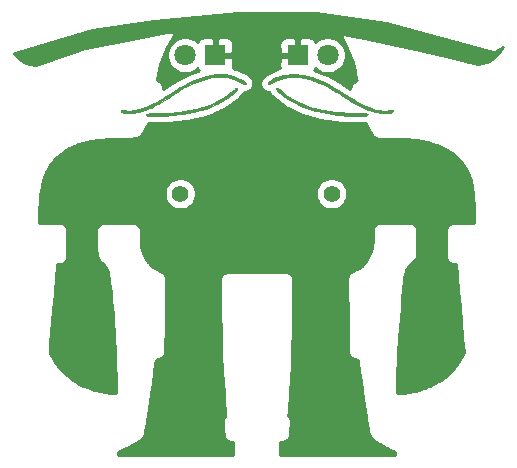
<source format=gbr>
G04 #@! TF.GenerationSoftware,KiCad,Pcbnew,5.1.4-e60b266~84~ubuntu18.04.1*
G04 #@! TF.CreationDate,2019-10-12T11:31:16-06:00*
G04 #@! TF.ProjectId,001,3030312e-6b69-4636-9164-5f7063625858,1*
G04 #@! TF.SameCoordinates,Original*
G04 #@! TF.FileFunction,Copper,L1,Top*
G04 #@! TF.FilePolarity,Positive*
%FSLAX46Y46*%
G04 Gerber Fmt 4.6, Leading zero omitted, Abs format (unit mm)*
G04 Created by KiCad (PCBNEW 5.1.4-e60b266~84~ubuntu18.04.1) date 2019-10-12 11:31:16*
%MOMM*%
%LPD*%
G04 APERTURE LIST*
%ADD10C,0.010000*%
%ADD11R,1.800000X1.800000*%
%ADD12C,1.800000*%
%ADD13C,1.400000*%
%ADD14C,0.254000*%
G04 APERTURE END LIST*
D10*
G36*
X135805412Y-92952132D02*
G01*
X135826855Y-92970840D01*
X135833988Y-92979302D01*
X135862751Y-93022285D01*
X135873846Y-93052624D01*
X135858108Y-93081772D01*
X135814288Y-93132501D01*
X135747508Y-93200132D01*
X135662887Y-93279980D01*
X135565544Y-93367366D01*
X135460600Y-93457606D01*
X135353174Y-93546018D01*
X135248387Y-93627920D01*
X135227943Y-93643297D01*
X135051397Y-93769026D01*
X134848750Y-93903211D01*
X134632927Y-94037900D01*
X134416853Y-94165142D01*
X134213451Y-94276986D01*
X134120159Y-94324839D01*
X133688015Y-94520473D01*
X133219872Y-94695080D01*
X132716617Y-94848408D01*
X132179138Y-94980205D01*
X131608320Y-95090217D01*
X131227751Y-95148818D01*
X130864950Y-95196567D01*
X130523871Y-95234817D01*
X130193532Y-95264307D01*
X129862950Y-95285776D01*
X129521142Y-95299963D01*
X129157127Y-95307609D01*
X128841210Y-95309514D01*
X128661066Y-95309482D01*
X128518467Y-95308990D01*
X128408622Y-95307739D01*
X128326742Y-95305430D01*
X128268039Y-95301762D01*
X128227722Y-95296437D01*
X128201003Y-95289155D01*
X128183093Y-95279617D01*
X128169202Y-95267522D01*
X128169168Y-95267488D01*
X128131773Y-95213091D01*
X128135926Y-95165866D01*
X128156772Y-95141992D01*
X128183153Y-95134269D01*
X128244058Y-95126972D01*
X128340911Y-95120023D01*
X128475135Y-95113346D01*
X128648152Y-95106863D01*
X128861387Y-95100497D01*
X128980286Y-95097415D01*
X129365994Y-95086236D01*
X129715362Y-95072592D01*
X130034332Y-95056044D01*
X130328849Y-95036155D01*
X130604857Y-95012489D01*
X130868300Y-94984608D01*
X131125121Y-94952075D01*
X131301835Y-94926647D01*
X131846540Y-94833469D01*
X132356210Y-94722685D01*
X132834982Y-94592741D01*
X133286993Y-94442084D01*
X133716377Y-94269163D01*
X134127273Y-94072424D01*
X134523816Y-93850314D01*
X134910143Y-93601281D01*
X135000539Y-93538228D01*
X135086539Y-93474899D01*
X135192365Y-93393237D01*
X135305951Y-93302746D01*
X135415231Y-93212929D01*
X135439918Y-93192156D01*
X135552766Y-93097394D01*
X135638511Y-93027954D01*
X135701901Y-92981272D01*
X135747683Y-92954784D01*
X135780604Y-92945926D01*
X135805412Y-92952132D01*
X135805412Y-92952132D01*
G37*
X135805412Y-92952132D02*
X135826855Y-92970840D01*
X135833988Y-92979302D01*
X135862751Y-93022285D01*
X135873846Y-93052624D01*
X135858108Y-93081772D01*
X135814288Y-93132501D01*
X135747508Y-93200132D01*
X135662887Y-93279980D01*
X135565544Y-93367366D01*
X135460600Y-93457606D01*
X135353174Y-93546018D01*
X135248387Y-93627920D01*
X135227943Y-93643297D01*
X135051397Y-93769026D01*
X134848750Y-93903211D01*
X134632927Y-94037900D01*
X134416853Y-94165142D01*
X134213451Y-94276986D01*
X134120159Y-94324839D01*
X133688015Y-94520473D01*
X133219872Y-94695080D01*
X132716617Y-94848408D01*
X132179138Y-94980205D01*
X131608320Y-95090217D01*
X131227751Y-95148818D01*
X130864950Y-95196567D01*
X130523871Y-95234817D01*
X130193532Y-95264307D01*
X129862950Y-95285776D01*
X129521142Y-95299963D01*
X129157127Y-95307609D01*
X128841210Y-95309514D01*
X128661066Y-95309482D01*
X128518467Y-95308990D01*
X128408622Y-95307739D01*
X128326742Y-95305430D01*
X128268039Y-95301762D01*
X128227722Y-95296437D01*
X128201003Y-95289155D01*
X128183093Y-95279617D01*
X128169202Y-95267522D01*
X128169168Y-95267488D01*
X128131773Y-95213091D01*
X128135926Y-95165866D01*
X128156772Y-95141992D01*
X128183153Y-95134269D01*
X128244058Y-95126972D01*
X128340911Y-95120023D01*
X128475135Y-95113346D01*
X128648152Y-95106863D01*
X128861387Y-95100497D01*
X128980286Y-95097415D01*
X129365994Y-95086236D01*
X129715362Y-95072592D01*
X130034332Y-95056044D01*
X130328849Y-95036155D01*
X130604857Y-95012489D01*
X130868300Y-94984608D01*
X131125121Y-94952075D01*
X131301835Y-94926647D01*
X131846540Y-94833469D01*
X132356210Y-94722685D01*
X132834982Y-94592741D01*
X133286993Y-94442084D01*
X133716377Y-94269163D01*
X134127273Y-94072424D01*
X134523816Y-93850314D01*
X134910143Y-93601281D01*
X135000539Y-93538228D01*
X135086539Y-93474899D01*
X135192365Y-93393237D01*
X135305951Y-93302746D01*
X135415231Y-93212929D01*
X135439918Y-93192156D01*
X135552766Y-93097394D01*
X135638511Y-93027954D01*
X135701901Y-92981272D01*
X135747683Y-92954784D01*
X135780604Y-92945926D01*
X135805412Y-92952132D01*
G36*
X139263826Y-92945721D02*
G01*
X139309093Y-92969772D01*
X139370484Y-93013302D01*
X139452467Y-93078899D01*
X139559514Y-93169152D01*
X139613925Y-93215810D01*
X139985930Y-93510400D01*
X140390835Y-93783779D01*
X140823456Y-94033227D01*
X141278612Y-94256023D01*
X141751122Y-94449449D01*
X142235801Y-94610784D01*
X142315711Y-94633885D01*
X142720090Y-94737300D01*
X143159260Y-94829236D01*
X143627063Y-94908948D01*
X144117340Y-94975689D01*
X144623934Y-95028716D01*
X145140686Y-95067284D01*
X145661437Y-95090647D01*
X146152897Y-95098079D01*
X146308163Y-95098584D01*
X146452517Y-95099967D01*
X146579640Y-95102096D01*
X146683212Y-95104839D01*
X146756916Y-95108063D01*
X146793940Y-95111534D01*
X146859261Y-95136985D01*
X146886859Y-95176875D01*
X146874970Y-95226663D01*
X146850534Y-95257046D01*
X146797759Y-95309821D01*
X146093005Y-95306750D01*
X145907559Y-95305415D01*
X145720936Y-95303109D01*
X145541220Y-95300001D01*
X145376492Y-95296262D01*
X145234834Y-95292060D01*
X145124328Y-95287564D01*
X145091918Y-95285797D01*
X144695446Y-95255584D01*
X144281575Y-95212375D01*
X143860997Y-95157766D01*
X143444402Y-95093353D01*
X143042482Y-95020730D01*
X142665926Y-94941494D01*
X142467251Y-94894110D01*
X141934560Y-94741041D01*
X141419251Y-94553283D01*
X140924173Y-94332275D01*
X140452175Y-94079459D01*
X140006106Y-93796274D01*
X139588814Y-93484160D01*
X139451312Y-93369404D01*
X139331719Y-93263739D01*
X139244407Y-93178815D01*
X139186992Y-93111075D01*
X139157092Y-93056961D01*
X139152321Y-93012915D01*
X139170296Y-92975378D01*
X139180068Y-92964555D01*
X139203783Y-92945701D01*
X139230212Y-92938560D01*
X139263826Y-92945721D01*
X139263826Y-92945721D01*
G37*
X139263826Y-92945721D02*
X139309093Y-92969772D01*
X139370484Y-93013302D01*
X139452467Y-93078899D01*
X139559514Y-93169152D01*
X139613925Y-93215810D01*
X139985930Y-93510400D01*
X140390835Y-93783779D01*
X140823456Y-94033227D01*
X141278612Y-94256023D01*
X141751122Y-94449449D01*
X142235801Y-94610784D01*
X142315711Y-94633885D01*
X142720090Y-94737300D01*
X143159260Y-94829236D01*
X143627063Y-94908948D01*
X144117340Y-94975689D01*
X144623934Y-95028716D01*
X145140686Y-95067284D01*
X145661437Y-95090647D01*
X146152897Y-95098079D01*
X146308163Y-95098584D01*
X146452517Y-95099967D01*
X146579640Y-95102096D01*
X146683212Y-95104839D01*
X146756916Y-95108063D01*
X146793940Y-95111534D01*
X146859261Y-95136985D01*
X146886859Y-95176875D01*
X146874970Y-95226663D01*
X146850534Y-95257046D01*
X146797759Y-95309821D01*
X146093005Y-95306750D01*
X145907559Y-95305415D01*
X145720936Y-95303109D01*
X145541220Y-95300001D01*
X145376492Y-95296262D01*
X145234834Y-95292060D01*
X145124328Y-95287564D01*
X145091918Y-95285797D01*
X144695446Y-95255584D01*
X144281575Y-95212375D01*
X143860997Y-95157766D01*
X143444402Y-95093353D01*
X143042482Y-95020730D01*
X142665926Y-94941494D01*
X142467251Y-94894110D01*
X141934560Y-94741041D01*
X141419251Y-94553283D01*
X140924173Y-94332275D01*
X140452175Y-94079459D01*
X140006106Y-93796274D01*
X139588814Y-93484160D01*
X139451312Y-93369404D01*
X139331719Y-93263739D01*
X139244407Y-93178815D01*
X139186992Y-93111075D01*
X139157092Y-93056961D01*
X139152321Y-93012915D01*
X139170296Y-92975378D01*
X139180068Y-92964555D01*
X139203783Y-92945701D01*
X139230212Y-92938560D01*
X139263826Y-92945721D01*
G36*
X134804942Y-91798914D02*
G01*
X135175642Y-91852088D01*
X135533274Y-91942640D01*
X135878768Y-92070544D01*
X136090090Y-92170024D01*
X136266071Y-92265446D01*
X136404756Y-92352704D01*
X136505405Y-92431155D01*
X136567278Y-92500155D01*
X136589635Y-92559058D01*
X136579805Y-92596574D01*
X136547937Y-92628324D01*
X136503079Y-92636479D01*
X136440297Y-92619891D01*
X136354658Y-92577412D01*
X136265418Y-92523408D01*
X135942827Y-92342976D01*
X135598799Y-92197118D01*
X135239482Y-92088294D01*
X135100483Y-92057218D01*
X134991205Y-92041073D01*
X134849041Y-92028905D01*
X134683249Y-92020717D01*
X134503089Y-92016512D01*
X134317821Y-92016295D01*
X134136705Y-92020069D01*
X133969000Y-92027838D01*
X133823966Y-92039605D01*
X133710862Y-92055375D01*
X133704251Y-92056654D01*
X133220260Y-92170936D01*
X132727607Y-92323026D01*
X132232047Y-92510931D01*
X131739339Y-92732659D01*
X131708995Y-92747484D01*
X131591471Y-92805437D01*
X131486696Y-92857964D01*
X131390379Y-92907632D01*
X131298230Y-92957005D01*
X131205958Y-93008649D01*
X131109271Y-93065130D01*
X131003880Y-93129011D01*
X130885493Y-93202860D01*
X130749819Y-93289241D01*
X130592568Y-93390719D01*
X130409449Y-93509860D01*
X130196171Y-93649229D01*
X130148251Y-93680585D01*
X129854867Y-93871009D01*
X129591061Y-94038475D01*
X129352397Y-94185221D01*
X129134436Y-94313487D01*
X128932741Y-94425512D01*
X128742874Y-94523536D01*
X128560397Y-94609797D01*
X128380871Y-94686537D01*
X128199861Y-94755993D01*
X128012927Y-94820406D01*
X127815632Y-94882015D01*
X127701024Y-94915537D01*
X127505317Y-94966361D01*
X127300611Y-95010084D01*
X127095509Y-95045515D01*
X126898613Y-95071465D01*
X126718525Y-95086745D01*
X126563848Y-95090165D01*
X126475835Y-95084924D01*
X126338318Y-95065416D01*
X126212985Y-95038944D01*
X126111563Y-95008249D01*
X126068897Y-94989887D01*
X126015435Y-94956326D01*
X125992484Y-94920513D01*
X125989001Y-94888649D01*
X125996295Y-94831613D01*
X126021860Y-94799751D01*
X126071223Y-94791320D01*
X126149908Y-94804578D01*
X126206396Y-94820101D01*
X126333531Y-94846832D01*
X126490869Y-94862721D01*
X126667686Y-94867748D01*
X126853258Y-94861894D01*
X127036862Y-94845140D01*
X127185792Y-94821848D01*
X127499513Y-94749406D01*
X127832074Y-94650609D01*
X128172533Y-94529193D01*
X128509952Y-94388890D01*
X128666585Y-94316429D01*
X128790423Y-94255808D01*
X128909396Y-94194441D01*
X129029147Y-94128986D01*
X129155315Y-94056102D01*
X129293543Y-93972447D01*
X129449471Y-93874680D01*
X129628742Y-93759459D01*
X129836995Y-93623442D01*
X129841335Y-93620592D01*
X130135566Y-93428149D01*
X130399082Y-93257804D01*
X130635823Y-93107345D01*
X130849732Y-92974558D01*
X131044748Y-92857233D01*
X131224814Y-92753156D01*
X131393871Y-92660114D01*
X131555860Y-92575897D01*
X131714723Y-92498290D01*
X131874400Y-92425082D01*
X132038833Y-92354060D01*
X132211964Y-92283012D01*
X132254335Y-92266074D01*
X132722938Y-92094502D01*
X133172903Y-91960445D01*
X133605157Y-91863881D01*
X134020629Y-91804787D01*
X134420248Y-91783139D01*
X134804942Y-91798914D01*
X134804942Y-91798914D01*
G37*
X134804942Y-91798914D02*
X135175642Y-91852088D01*
X135533274Y-91942640D01*
X135878768Y-92070544D01*
X136090090Y-92170024D01*
X136266071Y-92265446D01*
X136404756Y-92352704D01*
X136505405Y-92431155D01*
X136567278Y-92500155D01*
X136589635Y-92559058D01*
X136579805Y-92596574D01*
X136547937Y-92628324D01*
X136503079Y-92636479D01*
X136440297Y-92619891D01*
X136354658Y-92577412D01*
X136265418Y-92523408D01*
X135942827Y-92342976D01*
X135598799Y-92197118D01*
X135239482Y-92088294D01*
X135100483Y-92057218D01*
X134991205Y-92041073D01*
X134849041Y-92028905D01*
X134683249Y-92020717D01*
X134503089Y-92016512D01*
X134317821Y-92016295D01*
X134136705Y-92020069D01*
X133969000Y-92027838D01*
X133823966Y-92039605D01*
X133710862Y-92055375D01*
X133704251Y-92056654D01*
X133220260Y-92170936D01*
X132727607Y-92323026D01*
X132232047Y-92510931D01*
X131739339Y-92732659D01*
X131708995Y-92747484D01*
X131591471Y-92805437D01*
X131486696Y-92857964D01*
X131390379Y-92907632D01*
X131298230Y-92957005D01*
X131205958Y-93008649D01*
X131109271Y-93065130D01*
X131003880Y-93129011D01*
X130885493Y-93202860D01*
X130749819Y-93289241D01*
X130592568Y-93390719D01*
X130409449Y-93509860D01*
X130196171Y-93649229D01*
X130148251Y-93680585D01*
X129854867Y-93871009D01*
X129591061Y-94038475D01*
X129352397Y-94185221D01*
X129134436Y-94313487D01*
X128932741Y-94425512D01*
X128742874Y-94523536D01*
X128560397Y-94609797D01*
X128380871Y-94686537D01*
X128199861Y-94755993D01*
X128012927Y-94820406D01*
X127815632Y-94882015D01*
X127701024Y-94915537D01*
X127505317Y-94966361D01*
X127300611Y-95010084D01*
X127095509Y-95045515D01*
X126898613Y-95071465D01*
X126718525Y-95086745D01*
X126563848Y-95090165D01*
X126475835Y-95084924D01*
X126338318Y-95065416D01*
X126212985Y-95038944D01*
X126111563Y-95008249D01*
X126068897Y-94989887D01*
X126015435Y-94956326D01*
X125992484Y-94920513D01*
X125989001Y-94888649D01*
X125996295Y-94831613D01*
X126021860Y-94799751D01*
X126071223Y-94791320D01*
X126149908Y-94804578D01*
X126206396Y-94820101D01*
X126333531Y-94846832D01*
X126490869Y-94862721D01*
X126667686Y-94867748D01*
X126853258Y-94861894D01*
X127036862Y-94845140D01*
X127185792Y-94821848D01*
X127499513Y-94749406D01*
X127832074Y-94650609D01*
X128172533Y-94529193D01*
X128509952Y-94388890D01*
X128666585Y-94316429D01*
X128790423Y-94255808D01*
X128909396Y-94194441D01*
X129029147Y-94128986D01*
X129155315Y-94056102D01*
X129293543Y-93972447D01*
X129449471Y-93874680D01*
X129628742Y-93759459D01*
X129836995Y-93623442D01*
X129841335Y-93620592D01*
X130135566Y-93428149D01*
X130399082Y-93257804D01*
X130635823Y-93107345D01*
X130849732Y-92974558D01*
X131044748Y-92857233D01*
X131224814Y-92753156D01*
X131393871Y-92660114D01*
X131555860Y-92575897D01*
X131714723Y-92498290D01*
X131874400Y-92425082D01*
X132038833Y-92354060D01*
X132211964Y-92283012D01*
X132254335Y-92266074D01*
X132722938Y-92094502D01*
X133172903Y-91960445D01*
X133605157Y-91863881D01*
X134020629Y-91804787D01*
X134420248Y-91783139D01*
X134804942Y-91798914D01*
G36*
X140794648Y-91807648D02*
G01*
X140950952Y-91809821D01*
X141082064Y-91814532D01*
X141196552Y-91822734D01*
X141302985Y-91835382D01*
X141409931Y-91853430D01*
X141525958Y-91877832D01*
X141659635Y-91909543D01*
X141768751Y-91936714D01*
X142159948Y-92048518D01*
X142570201Y-92191369D01*
X142992802Y-92362730D01*
X143421042Y-92560058D01*
X143440918Y-92569793D01*
X143578167Y-92638131D01*
X143706632Y-92704394D01*
X143831474Y-92771655D01*
X143957855Y-92842986D01*
X144090938Y-92921460D01*
X144235885Y-93010149D01*
X144397858Y-93112125D01*
X144582018Y-93230461D01*
X144793530Y-93368230D01*
X144902829Y-93439893D01*
X145132280Y-93590153D01*
X145331113Y-93719300D01*
X145503742Y-93829986D01*
X145654582Y-93924864D01*
X145788046Y-94006588D01*
X145908549Y-94077812D01*
X146020504Y-94141188D01*
X146128327Y-94199369D01*
X146236431Y-94255009D01*
X146349230Y-94310762D01*
X146361918Y-94316920D01*
X146691119Y-94466139D01*
X147016011Y-94593287D01*
X147332945Y-94697598D01*
X147638273Y-94778302D01*
X147928347Y-94834633D01*
X148199518Y-94865822D01*
X148448138Y-94871101D01*
X148670560Y-94849703D01*
X148780964Y-94826136D01*
X148892393Y-94801259D01*
X148969445Y-94795535D01*
X149015891Y-94809772D01*
X149035504Y-94844776D01*
X149035478Y-94880526D01*
X149008929Y-94944106D01*
X148945567Y-94994795D01*
X148844593Y-95032821D01*
X148705208Y-95058408D01*
X148526616Y-95071782D01*
X148352429Y-95073816D01*
X148235253Y-95072169D01*
X148128466Y-95069787D01*
X148041450Y-95066941D01*
X147983586Y-95063907D01*
X147970585Y-95062687D01*
X147757727Y-95026951D01*
X147517559Y-94970797D01*
X147258229Y-94896932D01*
X146987885Y-94808063D01*
X146714676Y-94706897D01*
X146446750Y-94596141D01*
X146192256Y-94478501D01*
X146151932Y-94458522D01*
X146067808Y-94416038D01*
X145990183Y-94375762D01*
X145914879Y-94335149D01*
X145837719Y-94291655D01*
X145754524Y-94242732D01*
X145661117Y-94185837D01*
X145553319Y-94118423D01*
X145426954Y-94037946D01*
X145277842Y-93941858D01*
X145101806Y-93827616D01*
X144894668Y-93692673D01*
X144890835Y-93690173D01*
X144648579Y-93532627D01*
X144437121Y-93396229D01*
X144252180Y-93278425D01*
X144089475Y-93176664D01*
X143944728Y-93088390D01*
X143813658Y-93011052D01*
X143691986Y-92942097D01*
X143575431Y-92878970D01*
X143459715Y-92819119D01*
X143340556Y-92759991D01*
X143292751Y-92736828D01*
X142810968Y-92519151D01*
X142347125Y-92339086D01*
X141900322Y-92196336D01*
X141469658Y-92090603D01*
X141176085Y-92038273D01*
X141023244Y-92020926D01*
X140844841Y-92009491D01*
X140654106Y-92004108D01*
X140464270Y-92004914D01*
X140288561Y-92012050D01*
X140140211Y-92025654D01*
X140128335Y-92027245D01*
X139836180Y-92079667D01*
X139551225Y-92153897D01*
X139282690Y-92246882D01*
X139039798Y-92355570D01*
X138897402Y-92434797D01*
X138774661Y-92509285D01*
X138682262Y-92563972D01*
X138614733Y-92601627D01*
X138566601Y-92625019D01*
X138532393Y-92636918D01*
X138506636Y-92640091D01*
X138493699Y-92639066D01*
X138460432Y-92626462D01*
X138447172Y-92592962D01*
X138445585Y-92558247D01*
X138448807Y-92519795D01*
X138462947Y-92487011D01*
X138494716Y-92451443D01*
X138550825Y-92404636D01*
X138593751Y-92371602D01*
X138700208Y-92299285D01*
X138835357Y-92220360D01*
X138987442Y-92140706D01*
X139144706Y-92066204D01*
X139295391Y-92002733D01*
X139419251Y-91958778D01*
X139564645Y-91914885D01*
X139692067Y-91880233D01*
X139809790Y-91853764D01*
X139926090Y-91834419D01*
X140049240Y-91821137D01*
X140187516Y-91812861D01*
X140349190Y-91808531D01*
X140542539Y-91807087D01*
X140604585Y-91807057D01*
X140794648Y-91807648D01*
X140794648Y-91807648D01*
G37*
X140794648Y-91807648D02*
X140950952Y-91809821D01*
X141082064Y-91814532D01*
X141196552Y-91822734D01*
X141302985Y-91835382D01*
X141409931Y-91853430D01*
X141525958Y-91877832D01*
X141659635Y-91909543D01*
X141768751Y-91936714D01*
X142159948Y-92048518D01*
X142570201Y-92191369D01*
X142992802Y-92362730D01*
X143421042Y-92560058D01*
X143440918Y-92569793D01*
X143578167Y-92638131D01*
X143706632Y-92704394D01*
X143831474Y-92771655D01*
X143957855Y-92842986D01*
X144090938Y-92921460D01*
X144235885Y-93010149D01*
X144397858Y-93112125D01*
X144582018Y-93230461D01*
X144793530Y-93368230D01*
X144902829Y-93439893D01*
X145132280Y-93590153D01*
X145331113Y-93719300D01*
X145503742Y-93829986D01*
X145654582Y-93924864D01*
X145788046Y-94006588D01*
X145908549Y-94077812D01*
X146020504Y-94141188D01*
X146128327Y-94199369D01*
X146236431Y-94255009D01*
X146349230Y-94310762D01*
X146361918Y-94316920D01*
X146691119Y-94466139D01*
X147016011Y-94593287D01*
X147332945Y-94697598D01*
X147638273Y-94778302D01*
X147928347Y-94834633D01*
X148199518Y-94865822D01*
X148448138Y-94871101D01*
X148670560Y-94849703D01*
X148780964Y-94826136D01*
X148892393Y-94801259D01*
X148969445Y-94795535D01*
X149015891Y-94809772D01*
X149035504Y-94844776D01*
X149035478Y-94880526D01*
X149008929Y-94944106D01*
X148945567Y-94994795D01*
X148844593Y-95032821D01*
X148705208Y-95058408D01*
X148526616Y-95071782D01*
X148352429Y-95073816D01*
X148235253Y-95072169D01*
X148128466Y-95069787D01*
X148041450Y-95066941D01*
X147983586Y-95063907D01*
X147970585Y-95062687D01*
X147757727Y-95026951D01*
X147517559Y-94970797D01*
X147258229Y-94896932D01*
X146987885Y-94808063D01*
X146714676Y-94706897D01*
X146446750Y-94596141D01*
X146192256Y-94478501D01*
X146151932Y-94458522D01*
X146067808Y-94416038D01*
X145990183Y-94375762D01*
X145914879Y-94335149D01*
X145837719Y-94291655D01*
X145754524Y-94242732D01*
X145661117Y-94185837D01*
X145553319Y-94118423D01*
X145426954Y-94037946D01*
X145277842Y-93941858D01*
X145101806Y-93827616D01*
X144894668Y-93692673D01*
X144890835Y-93690173D01*
X144648579Y-93532627D01*
X144437121Y-93396229D01*
X144252180Y-93278425D01*
X144089475Y-93176664D01*
X143944728Y-93088390D01*
X143813658Y-93011052D01*
X143691986Y-92942097D01*
X143575431Y-92878970D01*
X143459715Y-92819119D01*
X143340556Y-92759991D01*
X143292751Y-92736828D01*
X142810968Y-92519151D01*
X142347125Y-92339086D01*
X141900322Y-92196336D01*
X141469658Y-92090603D01*
X141176085Y-92038273D01*
X141023244Y-92020926D01*
X140844841Y-92009491D01*
X140654106Y-92004108D01*
X140464270Y-92004914D01*
X140288561Y-92012050D01*
X140140211Y-92025654D01*
X140128335Y-92027245D01*
X139836180Y-92079667D01*
X139551225Y-92153897D01*
X139282690Y-92246882D01*
X139039798Y-92355570D01*
X138897402Y-92434797D01*
X138774661Y-92509285D01*
X138682262Y-92563972D01*
X138614733Y-92601627D01*
X138566601Y-92625019D01*
X138532393Y-92636918D01*
X138506636Y-92640091D01*
X138493699Y-92639066D01*
X138460432Y-92626462D01*
X138447172Y-92592962D01*
X138445585Y-92558247D01*
X138448807Y-92519795D01*
X138462947Y-92487011D01*
X138494716Y-92451443D01*
X138550825Y-92404636D01*
X138593751Y-92371602D01*
X138700208Y-92299285D01*
X138835357Y-92220360D01*
X138987442Y-92140706D01*
X139144706Y-92066204D01*
X139295391Y-92002733D01*
X139419251Y-91958778D01*
X139564645Y-91914885D01*
X139692067Y-91880233D01*
X139809790Y-91853764D01*
X139926090Y-91834419D01*
X140049240Y-91821137D01*
X140187516Y-91812861D01*
X140349190Y-91808531D01*
X140542539Y-91807087D01*
X140604585Y-91807057D01*
X140794648Y-91807648D01*
D11*
X133985000Y-90170000D03*
D12*
X131445000Y-90170000D03*
X143510000Y-90170000D03*
D11*
X140970000Y-90170000D03*
D13*
X131038600Y-101904800D03*
X143838600Y-101904800D03*
D14*
G36*
X148488033Y-87424404D02*
G01*
X157548300Y-89886157D01*
X157567800Y-89889848D01*
X157592695Y-89890114D01*
X157617164Y-89885519D01*
X157640266Y-89876238D01*
X158360553Y-89501088D01*
X158313270Y-89563905D01*
X158167426Y-89745851D01*
X158022561Y-89914768D01*
X157879583Y-90069656D01*
X157736612Y-90212447D01*
X157670716Y-90273982D01*
X157603228Y-90334009D01*
X157537162Y-90389798D01*
X157472639Y-90441301D01*
X157409868Y-90488453D01*
X157349118Y-90531146D01*
X157290589Y-90569384D01*
X157234625Y-90603095D01*
X157181489Y-90632311D01*
X157135122Y-90655290D01*
X157064161Y-90685486D01*
X156965932Y-90721201D01*
X156839098Y-90761870D01*
X156687055Y-90805803D01*
X156512198Y-90852053D01*
X156316195Y-90900067D01*
X156225347Y-90920869D01*
X155452841Y-90732453D01*
X153903754Y-90351530D01*
X150931954Y-89614930D01*
X150927010Y-89613809D01*
X146609010Y-88724809D01*
X146604858Y-88724026D01*
X144826858Y-88419226D01*
X144811573Y-88417550D01*
X144786708Y-88418783D01*
X144762560Y-88424844D01*
X144740059Y-88435498D01*
X144720069Y-88450338D01*
X144703358Y-88468793D01*
X144690568Y-88490153D01*
X144682192Y-88513598D01*
X144678550Y-88538227D01*
X144679783Y-88563092D01*
X144685844Y-88587240D01*
X144696498Y-88609741D01*
X144768580Y-88729878D01*
X145044755Y-89357548D01*
X145045689Y-89359620D01*
X145348056Y-90014748D01*
X145623985Y-90792367D01*
X145824311Y-91518547D01*
X145949881Y-92246854D01*
X145956763Y-92296746D01*
X145943281Y-92303087D01*
X145940304Y-92304266D01*
X145939041Y-92305082D01*
X145934381Y-92307274D01*
X145920338Y-92312975D01*
X145903955Y-92321584D01*
X145887189Y-92329470D01*
X145874162Y-92337240D01*
X145830822Y-92360015D01*
X145828417Y-92361960D01*
X145817690Y-92367077D01*
X145765190Y-92406281D01*
X145712334Y-92445307D01*
X145692728Y-92466846D01*
X145664200Y-92489859D01*
X145629171Y-92531816D01*
X145592597Y-92572436D01*
X145572019Y-92607024D01*
X145548798Y-92636372D01*
X145522159Y-92688424D01*
X145494167Y-92739749D01*
X145487231Y-92761938D01*
X145480208Y-92774985D01*
X145468205Y-92814135D01*
X145465590Y-92820782D01*
X145458345Y-92846297D01*
X145450567Y-92871666D01*
X145449152Y-92878669D01*
X145448488Y-92881007D01*
X145446844Y-92885127D01*
X145445949Y-92889949D01*
X145437967Y-92918060D01*
X145435846Y-92944408D01*
X145435536Y-92946080D01*
X145429943Y-92973768D01*
X145429392Y-92979194D01*
X145428398Y-92984554D01*
X145425993Y-93012690D01*
X145425538Y-93017177D01*
X145253452Y-92904483D01*
X145253450Y-92904482D01*
X145144449Y-92833015D01*
X145144365Y-92832971D01*
X145142833Y-92831958D01*
X144931321Y-92694189D01*
X144931182Y-92694117D01*
X144927994Y-92692037D01*
X144743834Y-92573701D01*
X144743709Y-92573637D01*
X144738842Y-92570525D01*
X144576869Y-92468549D01*
X144576818Y-92468524D01*
X144569916Y-92464234D01*
X144424968Y-92375545D01*
X144424289Y-92375216D01*
X144423681Y-92374759D01*
X144416015Y-92370166D01*
X144282932Y-92291692D01*
X144281481Y-92291018D01*
X144280183Y-92290080D01*
X144272432Y-92285634D01*
X144146051Y-92214303D01*
X144144375Y-92213562D01*
X144142869Y-92212519D01*
X144135032Y-92208226D01*
X144010190Y-92140965D01*
X144009004Y-92140469D01*
X144007932Y-92139754D01*
X144000019Y-92135602D01*
X143871553Y-92069339D01*
X143871476Y-92069308D01*
X143871398Y-92069258D01*
X143863426Y-92065220D01*
X143726178Y-91996882D01*
X143726029Y-91996825D01*
X143722429Y-91995031D01*
X143702553Y-91985296D01*
X143699640Y-91984207D01*
X143696970Y-91982594D01*
X143688880Y-91978798D01*
X143260640Y-91781470D01*
X143250754Y-91778039D01*
X143241555Y-91773050D01*
X143233297Y-91769635D01*
X142810696Y-91598274D01*
X142799555Y-91594980D01*
X142789075Y-91589959D01*
X142780657Y-91586962D01*
X142381319Y-91447912D01*
X142400537Y-91424494D01*
X142459502Y-91314180D01*
X142465056Y-91295873D01*
X142531495Y-91362312D01*
X142782905Y-91530299D01*
X143062257Y-91646011D01*
X143358816Y-91705000D01*
X143661184Y-91705000D01*
X143957743Y-91646011D01*
X144237095Y-91530299D01*
X144488505Y-91362312D01*
X144702312Y-91148505D01*
X144870299Y-90897095D01*
X144986011Y-90617743D01*
X145045000Y-90321184D01*
X145045000Y-90018816D01*
X144986011Y-89722257D01*
X144870299Y-89442905D01*
X144702312Y-89191495D01*
X144488505Y-88977688D01*
X144237095Y-88809701D01*
X143957743Y-88693989D01*
X143661184Y-88635000D01*
X143358816Y-88635000D01*
X143062257Y-88693989D01*
X142782905Y-88809701D01*
X142531495Y-88977688D01*
X142465056Y-89044127D01*
X142459502Y-89025820D01*
X142400537Y-88915506D01*
X142321185Y-88818815D01*
X142224494Y-88739463D01*
X142114180Y-88680498D01*
X141994482Y-88644188D01*
X141870000Y-88631928D01*
X141255750Y-88635000D01*
X141097000Y-88793750D01*
X141097000Y-90043000D01*
X141117000Y-90043000D01*
X141117000Y-90297000D01*
X141097000Y-90297000D01*
X141097000Y-90317000D01*
X140843000Y-90317000D01*
X140843000Y-90297000D01*
X139593750Y-90297000D01*
X139435000Y-90455750D01*
X139431928Y-91070000D01*
X139444188Y-91194482D01*
X139469386Y-91277547D01*
X139396699Y-91297314D01*
X139392584Y-91298878D01*
X139388253Y-91299673D01*
X139379680Y-91302196D01*
X139234286Y-91346089D01*
X139224240Y-91350229D01*
X139213651Y-91352701D01*
X139205208Y-91355631D01*
X139081348Y-91399586D01*
X139068657Y-91405541D01*
X139055212Y-91409509D01*
X139046952Y-91412921D01*
X138896267Y-91476392D01*
X138887856Y-91480947D01*
X138878808Y-91484054D01*
X138870705Y-91487824D01*
X138713441Y-91562326D01*
X138706259Y-91566633D01*
X138698451Y-91569668D01*
X138690506Y-91573759D01*
X138538421Y-91653413D01*
X138529796Y-91659066D01*
X138520359Y-91663245D01*
X138512611Y-91667698D01*
X138377462Y-91746623D01*
X138363385Y-91756807D01*
X138348007Y-91764911D01*
X138340581Y-91769881D01*
X138234123Y-91842199D01*
X138222973Y-91851485D01*
X138210551Y-91859002D01*
X138203432Y-91864403D01*
X138160506Y-91897437D01*
X138154561Y-91903016D01*
X138147753Y-91907511D01*
X138140851Y-91913188D01*
X138084742Y-91959995D01*
X138054991Y-91990201D01*
X138023394Y-92018481D01*
X138017395Y-92025104D01*
X137985626Y-92060672D01*
X137964387Y-92089723D01*
X137940819Y-92116901D01*
X137927620Y-92140012D01*
X137911907Y-92161504D01*
X137896719Y-92194118D01*
X137878874Y-92225364D01*
X137875278Y-92233545D01*
X137861138Y-92266329D01*
X137850008Y-92301139D01*
X137836090Y-92334924D01*
X137831034Y-92360481D01*
X137823098Y-92385302D01*
X137818942Y-92421605D01*
X137811850Y-92457455D01*
X137811042Y-92466355D01*
X137807820Y-92504807D01*
X137808342Y-92541712D01*
X137805907Y-92578545D01*
X137806253Y-92587474D01*
X137807840Y-92622189D01*
X137813410Y-92660757D01*
X137816125Y-92699636D01*
X137822317Y-92722435D01*
X137825693Y-92745813D01*
X137838646Y-92782558D01*
X137848862Y-92820175D01*
X137852093Y-92828507D01*
X137865353Y-92862007D01*
X137870613Y-92872244D01*
X137874181Y-92883193D01*
X137899127Y-92927738D01*
X137922438Y-92973105D01*
X137929584Y-92982123D01*
X137935213Y-92992174D01*
X137968338Y-93031028D01*
X138000014Y-93071001D01*
X138008776Y-93078460D01*
X138016249Y-93087225D01*
X138056267Y-93118885D01*
X138095126Y-93151964D01*
X138105182Y-93157585D01*
X138114205Y-93164724D01*
X138159598Y-93188004D01*
X138204155Y-93212911D01*
X138215102Y-93216469D01*
X138225347Y-93221723D01*
X138233682Y-93224947D01*
X138266949Y-93237551D01*
X138289735Y-93243721D01*
X138311607Y-93252615D01*
X138349892Y-93260009D01*
X138387514Y-93270195D01*
X138411059Y-93271821D01*
X138434247Y-93276299D01*
X138443150Y-93277067D01*
X138456088Y-93278092D01*
X138492122Y-93277419D01*
X138512123Y-93278800D01*
X138527474Y-93276847D01*
X138558345Y-93276512D01*
X138569682Y-93303243D01*
X138592648Y-93358628D01*
X138595030Y-93363011D01*
X138595088Y-93363148D01*
X138595170Y-93363268D01*
X138596915Y-93366480D01*
X138626815Y-93420594D01*
X138660210Y-93469143D01*
X138693038Y-93518026D01*
X138697544Y-93523418D01*
X138697603Y-93523504D01*
X138697671Y-93523571D01*
X138698768Y-93524883D01*
X138756183Y-93592624D01*
X138775096Y-93610962D01*
X138791814Y-93631319D01*
X138798176Y-93637594D01*
X138885488Y-93722518D01*
X138893998Y-93729313D01*
X138901306Y-93737390D01*
X138907962Y-93743353D01*
X139027555Y-93849018D01*
X139031253Y-93851691D01*
X139034413Y-93854992D01*
X139041233Y-93860765D01*
X139178735Y-93975521D01*
X139189167Y-93982623D01*
X139198368Y-93991262D01*
X139205486Y-93996664D01*
X139622778Y-94308777D01*
X139639940Y-94319168D01*
X139655579Y-94331747D01*
X139663090Y-94336589D01*
X140109159Y-94619774D01*
X140126317Y-94628445D01*
X140142143Y-94639352D01*
X140149991Y-94643626D01*
X140621989Y-94896442D01*
X140639136Y-94903571D01*
X140655151Y-94912988D01*
X140663285Y-94916687D01*
X141158364Y-95137695D01*
X141175547Y-95143430D01*
X141191776Y-95151493D01*
X141200151Y-95154611D01*
X141715460Y-95342369D01*
X141732743Y-95346813D01*
X141749237Y-95353622D01*
X141757808Y-95356150D01*
X142290499Y-95509219D01*
X142300514Y-95511063D01*
X142310098Y-95514516D01*
X142318775Y-95516649D01*
X142517450Y-95564033D01*
X142521514Y-95564591D01*
X142525410Y-95565878D01*
X142534141Y-95567779D01*
X142910697Y-95647015D01*
X142915384Y-95647531D01*
X142919900Y-95648881D01*
X142928683Y-95650531D01*
X143330603Y-95723154D01*
X143334247Y-95723450D01*
X143337787Y-95724411D01*
X143346609Y-95725837D01*
X143763203Y-95790250D01*
X143766513Y-95790434D01*
X143769736Y-95791226D01*
X143778589Y-95792438D01*
X144199167Y-95847047D01*
X144202739Y-95847159D01*
X144206238Y-95847926D01*
X144215119Y-95848915D01*
X144628989Y-95892124D01*
X144633486Y-95892152D01*
X144637911Y-95892993D01*
X144646816Y-95893734D01*
X145043289Y-95923947D01*
X145045736Y-95923894D01*
X145048157Y-95924300D01*
X145057077Y-95924848D01*
X145089379Y-95926609D01*
X145089385Y-95926610D01*
X145089466Y-95926614D01*
X145089487Y-95926615D01*
X145089489Y-95926615D01*
X145098311Y-95927035D01*
X145208816Y-95931531D01*
X145208921Y-95931525D01*
X145215858Y-95931779D01*
X145357516Y-95935981D01*
X145357681Y-95935970D01*
X145361969Y-95936097D01*
X145526697Y-95939836D01*
X145526844Y-95939825D01*
X145530154Y-95939905D01*
X145709870Y-95943013D01*
X145710008Y-95943002D01*
X145713028Y-95943060D01*
X145899651Y-95945366D01*
X145899797Y-95945354D01*
X145902952Y-95945398D01*
X146088398Y-95946733D01*
X146088492Y-95946725D01*
X146090216Y-95946744D01*
X146743296Y-95949590D01*
X146748187Y-95961060D01*
X146754278Y-95977444D01*
X146761374Y-95991983D01*
X146767721Y-96006866D01*
X146776121Y-96022197D01*
X146837921Y-96148813D01*
X146841839Y-96158447D01*
X146852672Y-96179033D01*
X146862875Y-96199938D01*
X146868330Y-96208791D01*
X146946094Y-96356573D01*
X146947845Y-96360722D01*
X146961774Y-96386370D01*
X146975338Y-96412148D01*
X146977810Y-96415901D01*
X147047290Y-96543841D01*
X147047293Y-96543846D01*
X147082505Y-96608683D01*
X147082508Y-96608691D01*
X147149834Y-96732662D01*
X147149835Y-96732664D01*
X147231780Y-96883558D01*
X147261868Y-96940208D01*
X147285256Y-96968859D01*
X147306017Y-96999489D01*
X147327829Y-97021013D01*
X147347194Y-97044737D01*
X147375721Y-97068275D01*
X147402060Y-97094267D01*
X147427646Y-97111119D01*
X147451272Y-97130613D01*
X147483847Y-97148135D01*
X147514747Y-97168487D01*
X147543132Y-97180024D01*
X147570105Y-97194533D01*
X147605476Y-97205365D01*
X147639749Y-97219295D01*
X147669833Y-97225072D01*
X147699124Y-97234042D01*
X147735926Y-97237765D01*
X147772259Y-97244742D01*
X147836545Y-97244316D01*
X148180478Y-97245223D01*
X148180484Y-97245222D01*
X148493930Y-97246049D01*
X148493936Y-97246048D01*
X148740089Y-97246698D01*
X148740093Y-97246698D01*
X149084453Y-97247604D01*
X149366807Y-97250615D01*
X149640009Y-97257914D01*
X149906387Y-97269562D01*
X150166213Y-97285550D01*
X150419364Y-97305851D01*
X150665846Y-97330447D01*
X150905788Y-97359321D01*
X151139159Y-97392437D01*
X151365971Y-97429758D01*
X151586299Y-97471267D01*
X151800125Y-97516915D01*
X152007520Y-97566674D01*
X152208539Y-97620494D01*
X152403244Y-97678353D01*
X152591670Y-97740188D01*
X152773922Y-97805977D01*
X152950082Y-97875680D01*
X153120236Y-97949258D01*
X153284458Y-98026676D01*
X153442919Y-98107937D01*
X153595682Y-98192998D01*
X153742912Y-98281878D01*
X153884740Y-98374584D01*
X154021324Y-98471151D01*
X154152779Y-98571597D01*
X154279297Y-98676009D01*
X154400986Y-98784432D01*
X154517974Y-98896935D01*
X154630440Y-99013663D01*
X154738477Y-99134696D01*
X154842179Y-99260134D01*
X154942020Y-99390592D01*
X155067024Y-99566497D01*
X155181031Y-99740568D01*
X155230288Y-99821353D01*
X155278396Y-99904535D01*
X155323710Y-99987505D01*
X155366426Y-100070664D01*
X155406771Y-100154510D01*
X155444868Y-100239368D01*
X155480870Y-100325669D01*
X155514970Y-100413998D01*
X155547260Y-100504723D01*
X155577849Y-100598315D01*
X155606827Y-100695214D01*
X155634270Y-100795851D01*
X155660234Y-100900661D01*
X155684731Y-101009874D01*
X155707818Y-101124010D01*
X155729005Y-101240490D01*
X155768896Y-101499297D01*
X155803090Y-101779190D01*
X155832355Y-102085564D01*
X155857040Y-102420520D01*
X155877559Y-102785989D01*
X155894441Y-103185527D01*
X155910297Y-103620230D01*
X155910297Y-103620231D01*
X155928108Y-104108518D01*
X155937072Y-104354421D01*
X154257461Y-104354421D01*
X154223814Y-104351107D01*
X154190167Y-104354421D01*
X154089531Y-104364333D01*
X153960408Y-104403502D01*
X153841407Y-104467109D01*
X153737103Y-104552710D01*
X153651502Y-104657014D01*
X153587895Y-104776015D01*
X153548726Y-104905138D01*
X153535500Y-105039421D01*
X153538814Y-105073068D01*
X153538814Y-107155159D01*
X153535500Y-107188806D01*
X153548726Y-107323089D01*
X153587895Y-107452212D01*
X153651502Y-107571213D01*
X153737103Y-107675517D01*
X153841407Y-107761118D01*
X153960408Y-107824725D01*
X154089531Y-107863894D01*
X154190167Y-107873806D01*
X154223814Y-107877120D01*
X154257461Y-107873806D01*
X154399828Y-107873806D01*
X154399976Y-107876145D01*
X154399889Y-107879679D01*
X154402099Y-107909676D01*
X154404004Y-107939768D01*
X154404573Y-107943265D01*
X154468221Y-108807211D01*
X154468184Y-108809143D01*
X154470693Y-108840775D01*
X154473023Y-108872397D01*
X154473353Y-108874299D01*
X154565763Y-110039163D01*
X154565745Y-110040274D01*
X154568417Y-110072622D01*
X154570996Y-110105133D01*
X154571193Y-110106232D01*
X154679399Y-111416272D01*
X154679387Y-111417223D01*
X154682177Y-111449901D01*
X154684861Y-111482395D01*
X154685031Y-111483325D01*
X154795949Y-112782430D01*
X154795938Y-112783582D01*
X154798814Y-112815985D01*
X154801576Y-112848333D01*
X154801786Y-112849464D01*
X154902273Y-113981585D01*
X154902266Y-113983684D01*
X154905252Y-114015140D01*
X154908038Y-114046530D01*
X154908427Y-114048587D01*
X154985308Y-114858543D01*
X154985345Y-114862780D01*
X154988483Y-114891993D01*
X154991265Y-114921305D01*
X154992079Y-114925473D01*
X155014958Y-115138483D01*
X155015447Y-115150003D01*
X155018547Y-115171901D01*
X155020911Y-115193911D01*
X155023262Y-115205209D01*
X155034064Y-115281512D01*
X155034555Y-115289099D01*
X155035172Y-115292858D01*
X155035025Y-115293537D01*
X155027253Y-115321711D01*
X155015120Y-115358886D01*
X155000360Y-115398691D01*
X154951848Y-115511929D01*
X154889680Y-115637805D01*
X154812841Y-115777417D01*
X154722995Y-115926860D01*
X154621746Y-116082947D01*
X154510696Y-116242820D01*
X154391402Y-116403892D01*
X154265475Y-116563647D01*
X154134515Y-116719702D01*
X154000260Y-116869635D01*
X153864488Y-117011114D01*
X153727485Y-117143411D01*
X153631416Y-117229726D01*
X153529280Y-117316162D01*
X153422584Y-117401376D01*
X153311494Y-117485236D01*
X153196301Y-117567532D01*
X153077099Y-117648190D01*
X152954164Y-117727047D01*
X152827754Y-117803940D01*
X152698031Y-117878775D01*
X152565240Y-117951435D01*
X152429630Y-118021769D01*
X152291400Y-118089694D01*
X152150787Y-118155103D01*
X152007949Y-118217911D01*
X151863228Y-118277983D01*
X151716801Y-118335242D01*
X151568939Y-118389575D01*
X151419760Y-118440932D01*
X151269664Y-118489172D01*
X151118689Y-118534282D01*
X150967238Y-118576125D01*
X150815423Y-118614654D01*
X150663587Y-118649775D01*
X150511847Y-118681449D01*
X150360539Y-118709585D01*
X150209924Y-118734114D01*
X150060145Y-118755001D01*
X149911511Y-118772176D01*
X149764195Y-118785605D01*
X149618607Y-118795228D01*
X149474809Y-118801008D01*
X149415841Y-118801818D01*
X149415841Y-117569797D01*
X149418110Y-117167256D01*
X149424708Y-116749866D01*
X149435126Y-116328630D01*
X149448913Y-115916255D01*
X149465562Y-115525913D01*
X149484530Y-115170860D01*
X149505148Y-114865356D01*
X149527343Y-114615041D01*
X149578874Y-114065921D01*
X149579552Y-114062213D01*
X149582010Y-114032505D01*
X149584808Y-114002693D01*
X149584791Y-113998907D01*
X149643591Y-113288327D01*
X149644007Y-113285955D01*
X149646367Y-113254776D01*
X149648942Y-113223659D01*
X149648904Y-113221255D01*
X149709412Y-112421894D01*
X149709797Y-112419608D01*
X149711952Y-112388338D01*
X149714316Y-112357104D01*
X149714264Y-112354788D01*
X149768518Y-111567447D01*
X149768640Y-111566712D01*
X149770842Y-111533711D01*
X149773093Y-111501050D01*
X149773071Y-111500312D01*
X149805575Y-111013269D01*
X149838874Y-110549710D01*
X149871600Y-110137635D01*
X149904399Y-109774295D01*
X149937901Y-109456549D01*
X149972569Y-109181866D01*
X150008722Y-108947515D01*
X150047195Y-108746672D01*
X150065686Y-108665243D01*
X150085216Y-108588622D01*
X150104890Y-108519956D01*
X150124631Y-108458648D01*
X150144353Y-108404141D01*
X150164072Y-108355566D01*
X150183810Y-108312117D01*
X150203738Y-108272815D01*
X150224183Y-108236529D01*
X150245537Y-108202252D01*
X150268402Y-108168866D01*
X150293409Y-108135403D01*
X150321208Y-108101060D01*
X150349450Y-108068559D01*
X150432689Y-107980909D01*
X150565692Y-107847592D01*
X150565694Y-107847589D01*
X150633348Y-107779776D01*
X150633351Y-107779773D01*
X150796065Y-107616674D01*
X150796068Y-107616670D01*
X150863439Y-107549140D01*
X150889257Y-107527951D01*
X150910963Y-107501502D01*
X150911251Y-107501214D01*
X150932141Y-107475698D01*
X150974859Y-107423647D01*
X150975055Y-107423281D01*
X150975310Y-107422969D01*
X151006682Y-107364110D01*
X151038466Y-107304646D01*
X151038585Y-107304253D01*
X151038777Y-107303893D01*
X151058075Y-107240002D01*
X151077635Y-107175523D01*
X151077675Y-107175114D01*
X151077793Y-107174724D01*
X151084250Y-107108360D01*
X151087547Y-107074887D01*
X151087547Y-107074468D01*
X151090859Y-107040426D01*
X151087547Y-107007200D01*
X151087547Y-105073015D01*
X151090861Y-105039368D01*
X151077635Y-104905085D01*
X151038466Y-104775962D01*
X150974859Y-104656961D01*
X150889258Y-104552657D01*
X150784954Y-104467056D01*
X150665953Y-104403449D01*
X150536830Y-104364280D01*
X150436194Y-104354368D01*
X150402547Y-104351054D01*
X150368900Y-104354368D01*
X148047980Y-104354368D01*
X148014333Y-104351054D01*
X147980686Y-104354368D01*
X147880050Y-104364280D01*
X147750927Y-104403449D01*
X147631926Y-104467056D01*
X147527622Y-104552657D01*
X147442021Y-104656961D01*
X147378414Y-104775962D01*
X147339245Y-104905085D01*
X147326019Y-105039368D01*
X147329333Y-105073015D01*
X147329333Y-105729236D01*
X147327649Y-105845149D01*
X147322904Y-105954865D01*
X147315068Y-106062864D01*
X147304144Y-106169445D01*
X147290229Y-106274496D01*
X147273379Y-106377886D01*
X147253663Y-106479510D01*
X147231131Y-106579327D01*
X147205860Y-106677239D01*
X147177905Y-106773183D01*
X147147346Y-106867019D01*
X147114227Y-106958754D01*
X147078619Y-107048305D01*
X147040621Y-107135539D01*
X147000259Y-107220452D01*
X146957623Y-107302963D01*
X146912755Y-107383060D01*
X146865787Y-107460568D01*
X146816750Y-107535497D01*
X146765669Y-107607851D01*
X146712679Y-107677499D01*
X146657816Y-107744422D01*
X146601112Y-107808624D01*
X146542678Y-107870003D01*
X146482549Y-107928547D01*
X146420726Y-107984272D01*
X146357296Y-108037113D01*
X146292256Y-108087078D01*
X146225636Y-108134147D01*
X146157480Y-108178279D01*
X146087782Y-108219467D01*
X146010202Y-108261089D01*
X145929774Y-108302122D01*
X145753124Y-108392244D01*
X145753120Y-108392246D01*
X145696367Y-108421200D01*
X145696362Y-108421202D01*
X145600690Y-108470011D01*
X145590966Y-108473072D01*
X145540712Y-108500610D01*
X145519712Y-108511324D01*
X145511165Y-108516802D01*
X145472634Y-108537916D01*
X145454500Y-108553117D01*
X145434573Y-108565888D01*
X145402902Y-108596370D01*
X145369227Y-108624599D01*
X145354409Y-108643043D01*
X145337354Y-108659458D01*
X145312238Y-108695534D01*
X145284718Y-108729789D01*
X145273781Y-108750774D01*
X145260258Y-108770198D01*
X145242666Y-108810474D01*
X145222354Y-108849446D01*
X145215720Y-108872164D01*
X145206248Y-108893850D01*
X145196852Y-108936780D01*
X145184532Y-108978970D01*
X145182458Y-109002544D01*
X145177398Y-109025662D01*
X145176558Y-109069599D01*
X145175669Y-109079704D01*
X145175914Y-109103265D01*
X145174819Y-109160570D01*
X145176616Y-109170603D01*
X145184033Y-109882440D01*
X145191669Y-110615386D01*
X145200081Y-111422726D01*
X145207771Y-112160891D01*
X145215669Y-112918910D01*
X145223829Y-113702124D01*
X145232209Y-114506376D01*
X145239984Y-115252691D01*
X145239996Y-115316532D01*
X145247283Y-115353134D01*
X145251330Y-115390250D01*
X145260428Y-115419155D01*
X145266344Y-115448868D01*
X145280634Y-115483349D01*
X145291842Y-115518958D01*
X145306403Y-115545529D01*
X145318003Y-115573521D01*
X145338747Y-115604554D01*
X145356686Y-115637290D01*
X145376153Y-115660513D01*
X145392989Y-115685699D01*
X145419388Y-115712089D01*
X145443369Y-115740696D01*
X145466988Y-115759671D01*
X145488418Y-115781094D01*
X145519456Y-115801824D01*
X145548559Y-115825206D01*
X145575436Y-115839214D01*
X145600625Y-115856038D01*
X145635104Y-115870312D01*
X145668216Y-115887570D01*
X145697308Y-115896065D01*
X145725296Y-115907652D01*
X145761903Y-115914927D01*
X145797740Y-115925391D01*
X145861438Y-115930995D01*
X145983000Y-115942946D01*
X145983002Y-115942946D01*
X146056200Y-115950142D01*
X146087651Y-116167762D01*
X146087651Y-116167768D01*
X146200689Y-116949909D01*
X146200689Y-116949914D01*
X146313728Y-117732058D01*
X146313728Y-117732062D01*
X146426813Y-118514527D01*
X146426828Y-118514860D01*
X146431702Y-118548360D01*
X146436392Y-118580810D01*
X146436469Y-118581123D01*
X146607552Y-119756968D01*
X146607586Y-119757672D01*
X146612342Y-119789891D01*
X146617138Y-119822853D01*
X146617310Y-119823547D01*
X146765285Y-120826021D01*
X146765340Y-120827085D01*
X146770207Y-120859365D01*
X146774957Y-120891544D01*
X146775214Y-120892574D01*
X146883340Y-121609699D01*
X146883533Y-121612880D01*
X146888359Y-121642992D01*
X146892898Y-121673094D01*
X146893678Y-121676178D01*
X146947576Y-122012454D01*
X146950301Y-122034190D01*
X146952894Y-122045633D01*
X146954753Y-122057229D01*
X146960327Y-122078430D01*
X146968530Y-122114625D01*
X146974561Y-122143006D01*
X146975963Y-122147418D01*
X146976985Y-122151930D01*
X146980740Y-122163221D01*
X147000687Y-122225259D01*
X147010573Y-122256383D01*
X147011054Y-122257503D01*
X147011428Y-122258666D01*
X147020164Y-122278805D01*
X147021154Y-122283118D01*
X147041953Y-122329435D01*
X147050485Y-122349296D01*
X147051176Y-122350302D01*
X147058637Y-122367502D01*
X147060774Y-122371346D01*
X147062580Y-122375367D01*
X147074101Y-122395477D01*
X147075534Y-122399574D01*
X147091889Y-122427308D01*
X147107777Y-122455883D01*
X147110638Y-122459254D01*
X147122201Y-122479437D01*
X147124708Y-122482961D01*
X147126901Y-122486679D01*
X147140565Y-122505380D01*
X147141111Y-122506545D01*
X147152331Y-122521781D01*
X147180828Y-122561831D01*
X147183988Y-122564810D01*
X147199451Y-122585974D01*
X147200308Y-122586934D01*
X147201073Y-122587972D01*
X147222861Y-122612176D01*
X147266825Y-122661384D01*
X147267487Y-122661883D01*
X147281710Y-122678009D01*
X147284258Y-122680382D01*
X147286585Y-122682967D01*
X147308833Y-122703270D01*
X147348965Y-122740646D01*
X147366669Y-122758008D01*
X147373562Y-122763553D01*
X147380035Y-122769582D01*
X147399753Y-122784624D01*
X147440693Y-122817561D01*
X147455571Y-122830558D01*
X147466888Y-122838635D01*
X147477721Y-122847350D01*
X147494254Y-122858166D01*
X147537184Y-122888804D01*
X147549177Y-122898370D01*
X147564554Y-122908338D01*
X147579466Y-122918980D01*
X147592764Y-122926624D01*
X147639635Y-122957006D01*
X147649086Y-122964027D01*
X147667834Y-122975285D01*
X147686205Y-122987193D01*
X147696676Y-122992604D01*
X147749645Y-123024410D01*
X147756905Y-123029518D01*
X147778500Y-123041737D01*
X147799738Y-123054490D01*
X147807747Y-123058286D01*
X147871246Y-123094215D01*
X147878922Y-123099313D01*
X147900492Y-123110764D01*
X147921778Y-123122808D01*
X147930216Y-123126543D01*
X148141689Y-123238806D01*
X148147721Y-123242634D01*
X148171398Y-123254578D01*
X148194816Y-123267010D01*
X148201423Y-123269725D01*
X148470883Y-123405658D01*
X148472673Y-123406778D01*
X148500854Y-123420777D01*
X148529070Y-123435011D01*
X148531048Y-123435776D01*
X148812352Y-123575515D01*
X148812357Y-123575517D01*
X149078799Y-123707871D01*
X149240204Y-123788049D01*
X149240204Y-124057488D01*
X139504724Y-124057488D01*
X139504724Y-122919496D01*
X139561189Y-122919496D01*
X139562914Y-122919830D01*
X139628418Y-122919496D01*
X139660538Y-122919496D01*
X139662292Y-122919323D01*
X139697844Y-122919142D01*
X139729254Y-122912728D01*
X139761174Y-122909584D01*
X139795210Y-122899259D01*
X139830049Y-122892145D01*
X139859609Y-122879724D01*
X139890297Y-122870415D01*
X139921663Y-122853649D01*
X139954447Y-122839874D01*
X139981013Y-122821927D01*
X140009298Y-122806808D01*
X140036797Y-122784240D01*
X140066256Y-122764338D01*
X140088809Y-122741554D01*
X140113602Y-122721207D01*
X140136166Y-122693712D01*
X140161181Y-122668442D01*
X140178856Y-122641696D01*
X140199203Y-122616903D01*
X140215972Y-122585531D01*
X140235574Y-122555868D01*
X140247692Y-122526186D01*
X140262810Y-122497902D01*
X140273135Y-122463866D01*
X140286575Y-122430945D01*
X140292670Y-122399466D01*
X140301979Y-122368779D01*
X140305465Y-122333386D01*
X140305798Y-122331666D01*
X140308769Y-122299841D01*
X140315205Y-122234496D01*
X140315033Y-122232745D01*
X140335553Y-122012928D01*
X140335553Y-122012926D01*
X140359053Y-121761192D01*
X140359053Y-121761189D01*
X140382553Y-121509455D01*
X140382553Y-121509452D01*
X140406053Y-121257718D01*
X140409196Y-121224068D01*
X140405710Y-121190416D01*
X140405537Y-121156596D01*
X140398775Y-121123482D01*
X140395291Y-121089854D01*
X140385308Y-121057535D01*
X140378540Y-121024391D01*
X140365443Y-120993223D01*
X140355469Y-120960931D01*
X140339376Y-120931185D01*
X140326269Y-120899993D01*
X140307345Y-120871982D01*
X140291261Y-120842253D01*
X140269666Y-120816209D01*
X140250733Y-120788185D01*
X140226711Y-120764406D01*
X140205133Y-120738383D01*
X140178881Y-120717060D01*
X140177523Y-120715715D01*
X140206922Y-120340498D01*
X140251118Y-119816233D01*
X140251172Y-119815940D01*
X140253964Y-119782472D01*
X140256746Y-119749476D01*
X140256742Y-119749176D01*
X140289100Y-119361300D01*
X140289731Y-119357637D01*
X140291900Y-119327734D01*
X140294386Y-119297937D01*
X140294331Y-119294230D01*
X140316574Y-118987606D01*
X140317252Y-118983348D01*
X140319006Y-118954072D01*
X140321130Y-118924794D01*
X140321019Y-118920481D01*
X140335873Y-118672562D01*
X140352737Y-118394735D01*
X140380453Y-118018870D01*
X140400912Y-117745863D01*
X140401354Y-117743212D01*
X140403425Y-117712330D01*
X140405740Y-117681441D01*
X140405677Y-117678752D01*
X140425508Y-117383060D01*
X140425981Y-117380059D01*
X140427754Y-117349570D01*
X140429807Y-117318963D01*
X140429712Y-117315914D01*
X140473097Y-116569963D01*
X140473521Y-116567120D01*
X140475052Y-116536359D01*
X140476838Y-116505650D01*
X140476723Y-116502782D01*
X140494374Y-116148123D01*
X140494693Y-116145878D01*
X140496047Y-116114497D01*
X140497606Y-116083175D01*
X140497496Y-116080914D01*
X140512218Y-115739762D01*
X140512602Y-115736888D01*
X140513668Y-115706152D01*
X140514994Y-115675430D01*
X140514834Y-115672535D01*
X140525685Y-115359774D01*
X140526181Y-115355686D01*
X140526852Y-115326124D01*
X140527875Y-115296631D01*
X140527614Y-115292530D01*
X140533649Y-115026620D01*
X140533980Y-115023680D01*
X140534411Y-114993025D01*
X140535108Y-114962310D01*
X140534884Y-114959353D01*
X140555176Y-113516008D01*
X140555176Y-113516002D01*
X140575416Y-112075615D01*
X140595666Y-110635233D01*
X140615038Y-109257309D01*
X140618825Y-109218858D01*
X140612680Y-109156465D01*
X140607419Y-109094079D01*
X140606076Y-109089416D01*
X140605599Y-109084575D01*
X140587389Y-109024545D01*
X140570069Y-108964418D01*
X140567842Y-108960107D01*
X140566430Y-108955452D01*
X140536870Y-108900148D01*
X140508142Y-108844535D01*
X140505115Y-108840739D01*
X140502823Y-108836451D01*
X140463030Y-108787963D01*
X140424015Y-108739038D01*
X140420309Y-108735908D01*
X140417222Y-108732147D01*
X140368735Y-108692355D01*
X140320925Y-108651979D01*
X140316677Y-108649631D01*
X140312918Y-108646546D01*
X140257620Y-108616989D01*
X140202830Y-108586705D01*
X140198204Y-108585230D01*
X140193917Y-108582939D01*
X140133919Y-108564739D01*
X140074270Y-108545725D01*
X140069447Y-108545181D01*
X140064794Y-108543770D01*
X140002381Y-108537623D01*
X139940186Y-108530613D01*
X139901701Y-108533858D01*
X135111031Y-108533858D01*
X135072536Y-108530613D01*
X135010335Y-108537625D01*
X134947943Y-108543770D01*
X134943284Y-108545183D01*
X134938452Y-108545728D01*
X134878811Y-108564741D01*
X134818820Y-108582939D01*
X134814525Y-108585235D01*
X134809894Y-108586711D01*
X134755117Y-108616989D01*
X134699819Y-108646546D01*
X134696055Y-108649635D01*
X134691800Y-108651987D01*
X134643967Y-108692383D01*
X134595515Y-108732147D01*
X134592427Y-108735910D01*
X134588711Y-108739048D01*
X134549676Y-108788002D01*
X134509914Y-108836451D01*
X134507619Y-108840744D01*
X134504587Y-108844547D01*
X134475856Y-108900170D01*
X134446307Y-108955452D01*
X134444893Y-108960112D01*
X134442662Y-108964432D01*
X134425336Y-109024583D01*
X134407138Y-109084575D01*
X134406661Y-109089421D01*
X134405315Y-109094093D01*
X134400058Y-109156459D01*
X134393912Y-109218858D01*
X134397700Y-109257322D01*
X134417418Y-110657734D01*
X134436999Y-112048366D01*
X134456680Y-113446224D01*
X134475453Y-114779545D01*
X134475273Y-114781874D01*
X134475928Y-114813237D01*
X134476368Y-114844503D01*
X134476629Y-114846817D01*
X134481364Y-115073631D01*
X134481084Y-115077958D01*
X134482066Y-115107227D01*
X134482678Y-115136563D01*
X134483194Y-115140877D01*
X134490810Y-115367973D01*
X134490608Y-115371725D01*
X134491936Y-115401574D01*
X134492939Y-115431468D01*
X134493433Y-115435197D01*
X134503422Y-115659630D01*
X134503279Y-115662856D01*
X134504916Y-115693192D01*
X134506270Y-115723621D01*
X134506730Y-115726826D01*
X134518731Y-115949268D01*
X134518606Y-115953033D01*
X134520544Y-115982869D01*
X134522154Y-116012705D01*
X134522724Y-116016427D01*
X134555036Y-116513801D01*
X134554959Y-116517039D01*
X134557218Y-116547389D01*
X134559189Y-116577723D01*
X134559714Y-116580915D01*
X134595552Y-117062324D01*
X134595531Y-117063314D01*
X134598067Y-117096117D01*
X134600475Y-117128457D01*
X134600643Y-117129419D01*
X134638824Y-117623190D01*
X134675480Y-118124921D01*
X134704258Y-118599482D01*
X134714318Y-118821403D01*
X134720581Y-119022605D01*
X134720226Y-119037365D01*
X134721627Y-119056225D01*
X134722215Y-119075111D01*
X134724117Y-119089741D01*
X134760354Y-119577498D01*
X134760316Y-119579616D01*
X134762843Y-119611000D01*
X134765182Y-119642487D01*
X134765546Y-119644580D01*
X134814406Y-120251456D01*
X134850295Y-120714915D01*
X134827772Y-120732760D01*
X134805777Y-120758639D01*
X134781366Y-120782245D01*
X134762197Y-120809917D01*
X134740389Y-120835576D01*
X134723866Y-120865250D01*
X134704529Y-120893163D01*
X134691124Y-120924049D01*
X134674744Y-120953465D01*
X134664329Y-120985785D01*
X134650807Y-121016941D01*
X134643685Y-121049852D01*
X134633359Y-121081895D01*
X134629449Y-121115631D01*
X134622266Y-121148821D01*
X134621701Y-121182479D01*
X134617824Y-121215930D01*
X134620571Y-121249786D01*
X134620569Y-121249929D01*
X134623292Y-121283309D01*
X134628738Y-121350420D01*
X134628778Y-121350559D01*
X134646155Y-121563586D01*
X134666587Y-121814066D01*
X134686749Y-122061230D01*
X134700411Y-122228716D01*
X134699842Y-122234489D01*
X134705893Y-122295925D01*
X134708160Y-122323716D01*
X134709188Y-122329380D01*
X134713068Y-122368772D01*
X134721212Y-122395620D01*
X134726221Y-122423213D01*
X134740747Y-122460016D01*
X134752237Y-122497895D01*
X134765462Y-122522638D01*
X134775758Y-122548724D01*
X134797184Y-122581986D01*
X134815844Y-122616896D01*
X134833643Y-122638584D01*
X134848830Y-122662160D01*
X134876336Y-122690605D01*
X134901445Y-122721200D01*
X134923131Y-122738997D01*
X134942627Y-122759159D01*
X134975149Y-122781688D01*
X135005749Y-122806801D01*
X135030495Y-122820028D01*
X135053546Y-122835996D01*
X135089840Y-122851748D01*
X135124750Y-122870408D01*
X135151597Y-122878552D01*
X135177324Y-122889718D01*
X135215997Y-122898088D01*
X135253873Y-122909577D01*
X135281794Y-122912327D01*
X135309204Y-122918259D01*
X135348764Y-122918923D01*
X135354509Y-122919489D01*
X135382468Y-122919489D01*
X135444117Y-122920524D01*
X135449819Y-122919489D01*
X135507622Y-122919489D01*
X135507622Y-124057106D01*
X125772915Y-124057106D01*
X125774789Y-124010065D01*
X125772647Y-123996491D01*
X125772647Y-123785488D01*
X125962227Y-123692605D01*
X125962226Y-123692605D01*
X126233717Y-123559592D01*
X126233718Y-123559591D01*
X126446670Y-123455257D01*
X126448655Y-123454502D01*
X126477012Y-123440392D01*
X126505210Y-123426576D01*
X126507001Y-123425469D01*
X126672105Y-123343312D01*
X126676072Y-123341746D01*
X126702280Y-123328297D01*
X126728547Y-123315226D01*
X126732146Y-123312970D01*
X126887873Y-123233054D01*
X126892035Y-123231348D01*
X126917810Y-123217691D01*
X126943743Y-123204383D01*
X126947521Y-123201949D01*
X127087824Y-123127610D01*
X127092592Y-123125571D01*
X127117549Y-123111861D01*
X127142703Y-123098533D01*
X127147024Y-123095668D01*
X127268303Y-123029043D01*
X127274390Y-123026298D01*
X127297770Y-123012855D01*
X127321425Y-122999860D01*
X127326937Y-122996085D01*
X127426717Y-122938714D01*
X127435603Y-122934394D01*
X127455847Y-122921964D01*
X127476473Y-122910105D01*
X127484525Y-122904356D01*
X127564110Y-122855493D01*
X127580135Y-122846615D01*
X127592762Y-122837900D01*
X127605835Y-122829874D01*
X127620431Y-122818805D01*
X127682973Y-122775643D01*
X127708617Y-122758233D01*
X127710631Y-122756555D01*
X127712780Y-122755072D01*
X127721565Y-122747638D01*
X127736463Y-122738463D01*
X127772401Y-122705093D01*
X127784108Y-122695339D01*
X127787792Y-122691600D01*
X127789976Y-122689752D01*
X127791501Y-122687836D01*
X127797046Y-122682208D01*
X127810566Y-122669654D01*
X127820669Y-122658233D01*
X127830183Y-122648578D01*
X127850178Y-122629869D01*
X127854359Y-122624041D01*
X127855082Y-122623307D01*
X127857244Y-122620018D01*
X127888838Y-122575976D01*
X127927517Y-122522488D01*
X127928063Y-122521297D01*
X127928829Y-122520229D01*
X127956233Y-122459829D01*
X127969045Y-122431873D01*
X127969828Y-122430517D01*
X127970291Y-122429154D01*
X127983733Y-122399823D01*
X127991851Y-122365672D01*
X128002274Y-122335019D01*
X128002305Y-122334884D01*
X128002346Y-122334765D01*
X128010057Y-122301715D01*
X128020062Y-122258902D01*
X128023774Y-122246397D01*
X128027621Y-122226435D01*
X128032246Y-122206611D01*
X128033988Y-122193396D01*
X128066963Y-122022279D01*
X128068679Y-122016074D01*
X128073327Y-121989256D01*
X128078478Y-121962526D01*
X128079071Y-121956115D01*
X128126300Y-121683611D01*
X128127110Y-121680572D01*
X128132028Y-121650559D01*
X128137251Y-121620423D01*
X128137483Y-121617269D01*
X128197487Y-121251085D01*
X128198192Y-121248350D01*
X128202928Y-121217878D01*
X128207912Y-121187463D01*
X128208093Y-121184646D01*
X128367794Y-120157141D01*
X128368421Y-120154630D01*
X128372967Y-120123856D01*
X128377732Y-120093198D01*
X128377877Y-120090621D01*
X128561759Y-118845829D01*
X128562030Y-118844727D01*
X128566679Y-118812517D01*
X128571425Y-118780392D01*
X128571481Y-118779247D01*
X128692292Y-117942184D01*
X128692292Y-117942181D01*
X128812941Y-117106244D01*
X128812941Y-117106243D01*
X128933591Y-116270304D01*
X128933591Y-116270300D01*
X128978277Y-115960687D01*
X128991516Y-115958415D01*
X128991520Y-115958415D01*
X129081076Y-115943045D01*
X129081080Y-115943045D01*
X129176032Y-115926749D01*
X129215158Y-115923308D01*
X129274690Y-115905927D01*
X129334473Y-115889501D01*
X129339395Y-115887035D01*
X129344683Y-115885491D01*
X129399683Y-115856828D01*
X129455111Y-115829056D01*
X129459459Y-115825676D01*
X129464342Y-115823131D01*
X129512673Y-115784304D01*
X129561638Y-115746237D01*
X129565244Y-115742072D01*
X129569535Y-115738625D01*
X129609379Y-115691097D01*
X129649961Y-115644227D01*
X129652682Y-115639445D01*
X129656222Y-115635222D01*
X129686026Y-115580836D01*
X129716686Y-115526947D01*
X129718424Y-115521719D01*
X129721069Y-115516892D01*
X129739688Y-115457746D01*
X129759248Y-115398902D01*
X129759932Y-115393441D01*
X129761586Y-115388186D01*
X129768314Y-115326495D01*
X129776012Y-115265015D01*
X129773195Y-115225841D01*
X129781253Y-114455073D01*
X129781253Y-114455068D01*
X129789253Y-113689777D01*
X129789253Y-113689772D01*
X129797253Y-112924481D01*
X129797253Y-112924476D01*
X129805253Y-112159185D01*
X129805253Y-112159180D01*
X129813253Y-111393889D01*
X129813253Y-111393884D01*
X129821253Y-110628593D01*
X129821253Y-110628588D01*
X129829253Y-109863296D01*
X129829253Y-109863291D01*
X129836799Y-109141459D01*
X129839056Y-109083925D01*
X129832221Y-109040785D01*
X129828393Y-108997267D01*
X129821685Y-108974292D01*
X129817940Y-108950656D01*
X129802820Y-108909677D01*
X129790576Y-108867742D01*
X129779515Y-108846518D01*
X129771231Y-108824066D01*
X129748408Y-108786826D01*
X129728217Y-108748083D01*
X129713226Y-108729423D01*
X129700722Y-108709020D01*
X129671068Y-108676944D01*
X129643710Y-108642889D01*
X129625371Y-108627515D01*
X129609124Y-108609941D01*
X129573783Y-108584267D01*
X129540307Y-108556203D01*
X129489800Y-108528524D01*
X129336615Y-108438752D01*
X129336613Y-108438751D01*
X129262039Y-108395048D01*
X129262037Y-108395046D01*
X129207552Y-108363116D01*
X129203981Y-108361023D01*
X129203980Y-108361023D01*
X129071342Y-108283292D01*
X129071340Y-108283291D01*
X128972406Y-108225311D01*
X128887788Y-108173903D01*
X128810809Y-108123666D01*
X128736776Y-108071800D01*
X128665606Y-108018309D01*
X128597286Y-107963225D01*
X128531710Y-107906530D01*
X128468874Y-107848255D01*
X128408670Y-107788339D01*
X128350974Y-107726699D01*
X128295850Y-107663434D01*
X128243179Y-107598417D01*
X128192928Y-107531621D01*
X128145009Y-107462935D01*
X128099404Y-107392330D01*
X128056156Y-107319839D01*
X128015163Y-107245259D01*
X127976462Y-107168617D01*
X127940057Y-107089853D01*
X127905918Y-107008826D01*
X127874069Y-106925506D01*
X127844535Y-106839840D01*
X127817362Y-106751851D01*
X127792579Y-106661453D01*
X127770213Y-106568568D01*
X127750285Y-106473120D01*
X127732874Y-106375239D01*
X127718020Y-106274829D01*
X127705759Y-106171849D01*
X127696138Y-106066250D01*
X127689212Y-105958295D01*
X127685076Y-105847714D01*
X127683633Y-105730151D01*
X127683633Y-105073113D01*
X127686947Y-105039466D01*
X127673721Y-104905183D01*
X127634552Y-104776060D01*
X127570945Y-104657059D01*
X127485344Y-104552755D01*
X127381040Y-104467154D01*
X127262039Y-104403547D01*
X127132916Y-104364378D01*
X127032280Y-104354466D01*
X126998633Y-104351152D01*
X126964986Y-104354466D01*
X124643648Y-104354466D01*
X124610001Y-104351152D01*
X124576354Y-104354466D01*
X124475718Y-104364378D01*
X124346595Y-104403547D01*
X124227594Y-104467154D01*
X124123290Y-104552755D01*
X124037689Y-104657059D01*
X123974082Y-104776060D01*
X123934913Y-104905183D01*
X123921687Y-105039466D01*
X123925001Y-105073113D01*
X123925001Y-106029787D01*
X123924883Y-106031032D01*
X123925001Y-106063159D01*
X123925001Y-106095809D01*
X123925126Y-106097074D01*
X123926109Y-106364710D01*
X123925590Y-106371697D01*
X123926232Y-106398355D01*
X123926330Y-106424999D01*
X123927042Y-106431963D01*
X123931970Y-106636552D01*
X123931503Y-106648188D01*
X123932779Y-106670160D01*
X123933310Y-106692185D01*
X123934731Y-106703747D01*
X123938223Y-106763854D01*
X123938173Y-106776258D01*
X123940173Y-106797433D01*
X123941406Y-106818651D01*
X123943334Y-106830896D01*
X123948347Y-106883956D01*
X123949198Y-106901718D01*
X123951509Y-106917425D01*
X123953002Y-106933234D01*
X123956402Y-106950690D01*
X123964184Y-107003594D01*
X123966956Y-107027153D01*
X123969077Y-107036852D01*
X123970522Y-107046676D01*
X123976257Y-107069690D01*
X123988389Y-107125170D01*
X123994528Y-107154670D01*
X123995561Y-107157971D01*
X123996301Y-107161354D01*
X124003922Y-107184867D01*
X124004121Y-107186617D01*
X124024037Y-107248942D01*
X124033481Y-107279111D01*
X124034278Y-107280987D01*
X124034902Y-107282941D01*
X124046590Y-107310019D01*
X124047669Y-107314732D01*
X124065360Y-107354190D01*
X124073003Y-107372191D01*
X124074155Y-107373883D01*
X124084740Y-107398406D01*
X124087072Y-107402619D01*
X124089039Y-107407005D01*
X124101935Y-107429547D01*
X124103095Y-107432894D01*
X124116587Y-107455926D01*
X124133722Y-107486874D01*
X124136844Y-107490566D01*
X124150386Y-107514236D01*
X124152428Y-107517110D01*
X124154208Y-107520148D01*
X124171928Y-107544549D01*
X124208963Y-107596665D01*
X124211349Y-107598918D01*
X124224610Y-107617386D01*
X124225821Y-107618765D01*
X124226900Y-107620250D01*
X124247956Y-107643956D01*
X124279309Y-107679640D01*
X124294690Y-107698165D01*
X124301512Y-107704909D01*
X124307837Y-107712108D01*
X124325410Y-107728535D01*
X124354418Y-107757214D01*
X124368667Y-107772396D01*
X124378322Y-107780846D01*
X124387446Y-107789866D01*
X124403619Y-107802985D01*
X124496590Y-107884351D01*
X124543590Y-107927890D01*
X124587677Y-107975380D01*
X124639339Y-108038068D01*
X124692824Y-108110123D01*
X124743822Y-108186136D01*
X124788604Y-108260478D01*
X124823712Y-108326688D01*
X124846261Y-108377044D01*
X124856718Y-108407061D01*
X124874657Y-108471382D01*
X124896949Y-108566497D01*
X124921515Y-108687350D01*
X124947378Y-108830818D01*
X124973724Y-108992973D01*
X125028679Y-109379661D01*
X125083860Y-109831045D01*
X125138776Y-110342354D01*
X125192749Y-110906675D01*
X125245244Y-111518089D01*
X125295729Y-112170382D01*
X125343694Y-112857396D01*
X125388672Y-113573549D01*
X125430185Y-114313005D01*
X125467754Y-115069756D01*
X125500907Y-115838032D01*
X125529178Y-116612180D01*
X125552138Y-117387529D01*
X125565024Y-117882657D01*
X125565024Y-117882660D01*
X125578814Y-118412540D01*
X125578814Y-118412543D01*
X125588924Y-118800995D01*
X125523127Y-118799634D01*
X125350073Y-118789609D01*
X125167163Y-118772900D01*
X124976176Y-118749662D01*
X124778898Y-118720106D01*
X124576964Y-118684499D01*
X124371929Y-118643115D01*
X124165361Y-118596284D01*
X123958806Y-118544352D01*
X123753717Y-118487667D01*
X123551566Y-118426602D01*
X123353974Y-118361608D01*
X123162327Y-118293088D01*
X122978256Y-118221577D01*
X122803336Y-118147629D01*
X122637650Y-118071193D01*
X122557151Y-118030993D01*
X122473444Y-117986485D01*
X122388037Y-117938403D01*
X122304084Y-117888556D01*
X122123270Y-117773422D01*
X121942945Y-117648482D01*
X121761730Y-117513017D01*
X121581415Y-117368435D01*
X121403709Y-117216172D01*
X121230258Y-117057690D01*
X121062697Y-116894514D01*
X120902564Y-116728148D01*
X120751440Y-116560227D01*
X120610885Y-116392471D01*
X120480103Y-116223703D01*
X120422875Y-116144939D01*
X120367215Y-116064654D01*
X120315298Y-115985894D01*
X120267340Y-115909024D01*
X120223496Y-115834371D01*
X120181300Y-115757525D01*
X120099907Y-115603797D01*
X120010522Y-115434972D01*
X120010520Y-115434970D01*
X119963897Y-115346911D01*
X120033443Y-114575458D01*
X120033443Y-114575457D01*
X120118215Y-113635103D01*
X120118215Y-113635102D01*
X120202987Y-112694746D01*
X120202987Y-112694745D01*
X120281765Y-111820881D01*
X120281862Y-111820366D01*
X120284765Y-111787605D01*
X120287759Y-111754389D01*
X120287755Y-111753858D01*
X120414075Y-110328114D01*
X120414285Y-110326981D01*
X120417056Y-110294469D01*
X120419913Y-110262223D01*
X120419902Y-110261080D01*
X120523475Y-109045863D01*
X120523783Y-109044154D01*
X120526337Y-109012291D01*
X120529043Y-108980538D01*
X120529020Y-108978807D01*
X120598679Y-108109659D01*
X120599182Y-108106717D01*
X120601366Y-108076129D01*
X120603816Y-108045558D01*
X120603762Y-108042573D01*
X120615809Y-107873830D01*
X120755209Y-107873830D01*
X120788856Y-107877144D01*
X120822503Y-107873830D01*
X120923139Y-107863918D01*
X121052262Y-107824749D01*
X121171263Y-107761142D01*
X121275567Y-107675541D01*
X121361168Y-107571237D01*
X121424775Y-107452236D01*
X121463944Y-107323113D01*
X121472814Y-107233056D01*
X121473856Y-107222477D01*
X121473856Y-107222476D01*
X121477170Y-107188830D01*
X121473856Y-107155183D01*
X121473856Y-105073083D01*
X121477170Y-105039436D01*
X121463944Y-104905153D01*
X121424775Y-104776030D01*
X121361168Y-104657029D01*
X121275567Y-104552725D01*
X121171263Y-104467124D01*
X121052262Y-104403517D01*
X120923139Y-104364348D01*
X120822503Y-104354436D01*
X120788856Y-104351122D01*
X120755209Y-104354436D01*
X119086995Y-104354436D01*
X119087251Y-104223499D01*
X119087251Y-104223498D01*
X119087694Y-103997743D01*
X119089527Y-103734284D01*
X119093900Y-103481057D01*
X119100808Y-103236130D01*
X119110380Y-102999523D01*
X119122615Y-102770988D01*
X119137540Y-102550368D01*
X119155180Y-102337440D01*
X119175549Y-102132086D01*
X119198664Y-101934163D01*
X119220488Y-101773314D01*
X129703600Y-101773314D01*
X129703600Y-102036286D01*
X129754904Y-102294205D01*
X129855539Y-102537159D01*
X130001638Y-102755813D01*
X130187587Y-102941762D01*
X130406241Y-103087861D01*
X130649195Y-103188496D01*
X130907114Y-103239800D01*
X131170086Y-103239800D01*
X131428005Y-103188496D01*
X131670959Y-103087861D01*
X131889613Y-102941762D01*
X132075562Y-102755813D01*
X132221661Y-102537159D01*
X132322296Y-102294205D01*
X132373600Y-102036286D01*
X132373600Y-101773314D01*
X142503600Y-101773314D01*
X142503600Y-102036286D01*
X142554904Y-102294205D01*
X142655539Y-102537159D01*
X142801638Y-102755813D01*
X142987587Y-102941762D01*
X143206241Y-103087861D01*
X143449195Y-103188496D01*
X143707114Y-103239800D01*
X143970086Y-103239800D01*
X144228005Y-103188496D01*
X144470959Y-103087861D01*
X144689613Y-102941762D01*
X144875562Y-102755813D01*
X145021661Y-102537159D01*
X145122296Y-102294205D01*
X145173600Y-102036286D01*
X145173600Y-101773314D01*
X145122296Y-101515395D01*
X145021661Y-101272441D01*
X144875562Y-101053787D01*
X144689613Y-100867838D01*
X144470959Y-100721739D01*
X144228005Y-100621104D01*
X143970086Y-100569800D01*
X143707114Y-100569800D01*
X143449195Y-100621104D01*
X143206241Y-100721739D01*
X142987587Y-100867838D01*
X142801638Y-101053787D01*
X142655539Y-101272441D01*
X142554904Y-101515395D01*
X142503600Y-101773314D01*
X132373600Y-101773314D01*
X132322296Y-101515395D01*
X132221661Y-101272441D01*
X132075562Y-101053787D01*
X131889613Y-100867838D01*
X131670959Y-100721739D01*
X131428005Y-100621104D01*
X131170086Y-100569800D01*
X130907114Y-100569800D01*
X130649195Y-100621104D01*
X130406241Y-100721739D01*
X130187587Y-100867838D01*
X130001638Y-101053787D01*
X129855539Y-101272441D01*
X129754904Y-101515395D01*
X129703600Y-101773314D01*
X119220488Y-101773314D01*
X119224540Y-101743450D01*
X119253183Y-101559737D01*
X119284579Y-101382943D01*
X119318756Y-101212725D01*
X119355690Y-101048991D01*
X119395384Y-100891462D01*
X119437844Y-100739882D01*
X119483062Y-100594038D01*
X119531059Y-100453624D01*
X119581842Y-100318378D01*
X119635470Y-100187942D01*
X119691965Y-100062045D01*
X119751393Y-99940338D01*
X119813864Y-99822457D01*
X119879451Y-99708105D01*
X119948304Y-99596902D01*
X120020558Y-99488534D01*
X120096379Y-99382663D01*
X120175925Y-99279003D01*
X120259418Y-99177211D01*
X120346984Y-99077089D01*
X120438873Y-98978313D01*
X120535583Y-98880338D01*
X120638510Y-98781522D01*
X120742738Y-98686480D01*
X120847974Y-98595533D01*
X120954407Y-98508547D01*
X121062226Y-98425391D01*
X121171680Y-98345907D01*
X121283052Y-98269917D01*
X121396537Y-98197323D01*
X121512453Y-98127963D01*
X121631031Y-98061743D01*
X121752621Y-97998509D01*
X121877407Y-97938214D01*
X122005786Y-97880718D01*
X122137929Y-97826003D01*
X122274136Y-97773997D01*
X122414692Y-97724653D01*
X122559863Y-97677919D01*
X122709819Y-97633795D01*
X122864832Y-97592242D01*
X123025114Y-97553253D01*
X123190912Y-97516800D01*
X123362311Y-97482881D01*
X123539600Y-97451478D01*
X123722878Y-97422586D01*
X123912438Y-97396170D01*
X124108305Y-97372228D01*
X124310696Y-97350726D01*
X124519739Y-97331652D01*
X124735630Y-97314969D01*
X124958491Y-97300648D01*
X125188434Y-97288666D01*
X125427434Y-97278897D01*
X125843551Y-97264126D01*
X125843554Y-97264126D01*
X125857933Y-97263615D01*
X125910789Y-97261739D01*
X125910801Y-97261737D01*
X126295128Y-97248086D01*
X126295130Y-97248086D01*
X126762526Y-97231484D01*
X127226323Y-97215020D01*
X127288093Y-97213843D01*
X127326629Y-97205411D01*
X127365735Y-97200153D01*
X127392390Y-97191023D01*
X127419907Y-97185002D01*
X127456058Y-97169214D01*
X127493387Y-97156428D01*
X127517746Y-97142275D01*
X127543563Y-97131000D01*
X127575946Y-97108458D01*
X127610056Y-97088639D01*
X127631184Y-97070007D01*
X127654307Y-97053911D01*
X127681670Y-97025485D01*
X127711258Y-96999392D01*
X127728346Y-96976995D01*
X127747884Y-96956698D01*
X127769174Y-96923483D01*
X127793105Y-96892117D01*
X127820275Y-96836635D01*
X127888179Y-96703558D01*
X127888179Y-96703557D01*
X127914089Y-96652781D01*
X127936720Y-96608428D01*
X127943319Y-96595495D01*
X127943319Y-96595494D01*
X127974921Y-96533561D01*
X128038642Y-96408682D01*
X128126718Y-96236256D01*
X128203682Y-96085937D01*
X128261725Y-95972935D01*
X128276941Y-95943566D01*
X128286830Y-95944184D01*
X128293326Y-95943954D01*
X128299771Y-95944862D01*
X128308701Y-95945176D01*
X128390582Y-95947485D01*
X128391491Y-95947422D01*
X128392399Y-95947534D01*
X128401334Y-95947697D01*
X128511179Y-95948948D01*
X128511332Y-95948935D01*
X128516259Y-95948986D01*
X128658858Y-95949478D01*
X128658966Y-95949468D01*
X128660952Y-95949482D01*
X128841096Y-95949514D01*
X128841254Y-95949499D01*
X128845069Y-95949502D01*
X129160986Y-95947597D01*
X129161303Y-95947564D01*
X129161632Y-95947594D01*
X129170567Y-95947468D01*
X129534582Y-95939822D01*
X129536661Y-95939574D01*
X129538752Y-95939721D01*
X129547683Y-95939412D01*
X129889491Y-95925225D01*
X129892480Y-95924806D01*
X129895505Y-95924948D01*
X129904426Y-95924431D01*
X130235008Y-95902962D01*
X130238248Y-95902430D01*
X130241534Y-95902505D01*
X130250440Y-95901772D01*
X130580779Y-95872282D01*
X130583520Y-95871764D01*
X130586309Y-95871764D01*
X130595196Y-95870830D01*
X130936275Y-95832580D01*
X130937911Y-95832232D01*
X130939594Y-95832200D01*
X130948462Y-95831095D01*
X131311263Y-95783346D01*
X131313751Y-95782767D01*
X131316311Y-95782662D01*
X131325152Y-95781363D01*
X131705721Y-95722762D01*
X131713080Y-95720879D01*
X131720650Y-95720282D01*
X131729436Y-95718652D01*
X132300254Y-95608640D01*
X132311365Y-95605347D01*
X132322865Y-95603858D01*
X132331559Y-95601790D01*
X132869038Y-95469993D01*
X132881541Y-95465595D01*
X132894576Y-95463169D01*
X132903142Y-95460624D01*
X133406397Y-95307296D01*
X133420411Y-95301479D01*
X133435133Y-95297793D01*
X133443528Y-95294728D01*
X133911670Y-95120121D01*
X133927266Y-95112496D01*
X133943793Y-95107140D01*
X133951960Y-95103511D01*
X134384104Y-94907877D01*
X134393806Y-94902285D01*
X134404275Y-94898318D01*
X134412255Y-94894295D01*
X134505547Y-94846442D01*
X134509555Y-94843863D01*
X134513961Y-94842047D01*
X134521822Y-94837796D01*
X134725224Y-94725952D01*
X134729334Y-94723138D01*
X134733879Y-94721105D01*
X134741611Y-94716624D01*
X134957685Y-94589382D01*
X134960738Y-94587156D01*
X134964150Y-94585524D01*
X134971764Y-94580845D01*
X135187587Y-94446156D01*
X135190892Y-94443614D01*
X135194607Y-94441712D01*
X135202092Y-94436830D01*
X135404739Y-94302645D01*
X135409724Y-94298592D01*
X135415340Y-94295472D01*
X135422655Y-94290339D01*
X135599201Y-94164610D01*
X135602125Y-94162063D01*
X135605468Y-94160090D01*
X135612647Y-94154768D01*
X135633091Y-94139391D01*
X135634175Y-94138396D01*
X135635431Y-94137623D01*
X135642510Y-94132169D01*
X135747297Y-94050267D01*
X135749908Y-94047779D01*
X135752933Y-94045811D01*
X135759872Y-94040181D01*
X135867298Y-93951769D01*
X135869029Y-93950035D01*
X135871058Y-93948651D01*
X135877874Y-93942872D01*
X135982818Y-93852632D01*
X135984458Y-93850917D01*
X135986388Y-93849539D01*
X135993079Y-93843616D01*
X136090422Y-93756229D01*
X136092780Y-93753654D01*
X136095575Y-93751553D01*
X136102117Y-93745466D01*
X136186738Y-93665618D01*
X136191248Y-93660441D01*
X136196590Y-93656121D01*
X136202912Y-93649806D01*
X136269693Y-93582175D01*
X136280328Y-93569059D01*
X136292726Y-93557587D01*
X136298614Y-93550865D01*
X136342434Y-93500136D01*
X136343907Y-93498049D01*
X136345737Y-93496280D01*
X136379921Y-93447035D01*
X136414470Y-93398095D01*
X136415505Y-93395772D01*
X136416963Y-93393672D01*
X136421263Y-93385839D01*
X136437001Y-93356691D01*
X136443184Y-93341958D01*
X136451441Y-93328277D01*
X136467309Y-93284471D01*
X136471317Y-93274922D01*
X136473554Y-93274844D01*
X136484133Y-93276198D01*
X136535889Y-93272667D01*
X136587720Y-93270857D01*
X136598100Y-93268423D01*
X136608749Y-93267696D01*
X136617552Y-93266158D01*
X136662410Y-93258003D01*
X136663434Y-93257711D01*
X136664499Y-93257620D01*
X136723661Y-93240551D01*
X136782535Y-93223776D01*
X136783481Y-93223292D01*
X136784510Y-93222995D01*
X136839165Y-93194792D01*
X136893724Y-93166869D01*
X136894562Y-93166207D01*
X136895510Y-93165718D01*
X136943608Y-93127468D01*
X136991743Y-93089449D01*
X136992435Y-93088639D01*
X136993271Y-93087974D01*
X136999645Y-93081711D01*
X137031513Y-93049961D01*
X137057172Y-93018841D01*
X137084938Y-92989564D01*
X137096820Y-92970755D01*
X137110974Y-92953589D01*
X137130109Y-92918060D01*
X137151649Y-92883964D01*
X137159651Y-92863208D01*
X137170202Y-92843618D01*
X137182068Y-92805063D01*
X137196581Y-92767420D01*
X137198906Y-92758792D01*
X137208735Y-92721276D01*
X137209679Y-92715371D01*
X137211650Y-92709716D01*
X137219537Y-92653708D01*
X137228453Y-92597936D01*
X137228232Y-92591960D01*
X137229067Y-92586031D01*
X137225926Y-92529581D01*
X137223838Y-92473115D01*
X137222459Y-92467291D01*
X137222127Y-92461317D01*
X137208083Y-92406556D01*
X137195067Y-92351568D01*
X137192586Y-92346128D01*
X137191098Y-92340327D01*
X137187985Y-92331951D01*
X137165628Y-92273048D01*
X137143061Y-92227557D01*
X137122186Y-92181288D01*
X137115354Y-92171703D01*
X137110120Y-92161153D01*
X137079161Y-92120930D01*
X137049684Y-92079578D01*
X137043765Y-92072884D01*
X136981892Y-92003884D01*
X136943314Y-91968513D01*
X136905863Y-91931922D01*
X136898853Y-91926379D01*
X136798204Y-91847928D01*
X136774783Y-91833102D01*
X136753113Y-91815817D01*
X136745583Y-91811005D01*
X136606898Y-91723747D01*
X136592327Y-91716457D01*
X136578963Y-91707146D01*
X136571137Y-91702832D01*
X136395156Y-91607410D01*
X136382468Y-91602059D01*
X136370735Y-91594838D01*
X136362677Y-91590976D01*
X136151355Y-91491496D01*
X136129782Y-91483811D01*
X136109321Y-91473513D01*
X136100962Y-91470353D01*
X135755469Y-91342449D01*
X135726782Y-91334915D01*
X135699012Y-91324472D01*
X135690364Y-91322219D01*
X135487634Y-91270888D01*
X135510812Y-91194482D01*
X135523072Y-91070000D01*
X135520000Y-90455750D01*
X135361250Y-90297000D01*
X134112000Y-90297000D01*
X134112000Y-90317000D01*
X133858000Y-90317000D01*
X133858000Y-90297000D01*
X133838000Y-90297000D01*
X133838000Y-90043000D01*
X133858000Y-90043000D01*
X133858000Y-88793750D01*
X134112000Y-88793750D01*
X134112000Y-90043000D01*
X135361250Y-90043000D01*
X135520000Y-89884250D01*
X135523072Y-89270000D01*
X139431928Y-89270000D01*
X139435000Y-89884250D01*
X139593750Y-90043000D01*
X140843000Y-90043000D01*
X140843000Y-88793750D01*
X140684250Y-88635000D01*
X140070000Y-88631928D01*
X139945518Y-88644188D01*
X139825820Y-88680498D01*
X139715506Y-88739463D01*
X139618815Y-88818815D01*
X139539463Y-88915506D01*
X139480498Y-89025820D01*
X139444188Y-89145518D01*
X139431928Y-89270000D01*
X135523072Y-89270000D01*
X135510812Y-89145518D01*
X135474502Y-89025820D01*
X135415537Y-88915506D01*
X135336185Y-88818815D01*
X135239494Y-88739463D01*
X135129180Y-88680498D01*
X135009482Y-88644188D01*
X134885000Y-88631928D01*
X134270750Y-88635000D01*
X134112000Y-88793750D01*
X133858000Y-88793750D01*
X133699250Y-88635000D01*
X133085000Y-88631928D01*
X132960518Y-88644188D01*
X132840820Y-88680498D01*
X132730506Y-88739463D01*
X132633815Y-88818815D01*
X132554463Y-88915506D01*
X132495498Y-89025820D01*
X132489944Y-89044127D01*
X132423505Y-88977688D01*
X132172095Y-88809701D01*
X131892743Y-88693989D01*
X131596184Y-88635000D01*
X131293816Y-88635000D01*
X130997257Y-88693989D01*
X130717905Y-88809701D01*
X130466495Y-88977688D01*
X130252688Y-89191495D01*
X130084701Y-89442905D01*
X129968989Y-89722257D01*
X129910000Y-90018816D01*
X129910000Y-90321184D01*
X129968989Y-90617743D01*
X130084701Y-90897095D01*
X130252688Y-91148505D01*
X130466495Y-91362312D01*
X130717905Y-91530299D01*
X130997257Y-91646011D01*
X131293816Y-91705000D01*
X131596184Y-91705000D01*
X131892743Y-91646011D01*
X132172095Y-91530299D01*
X132423505Y-91362312D01*
X132489944Y-91295873D01*
X132495498Y-91314180D01*
X132554463Y-91424494D01*
X132589019Y-91466600D01*
X132540202Y-91481144D01*
X132526102Y-91486895D01*
X132511309Y-91490504D01*
X132502897Y-91493518D01*
X132034294Y-91665090D01*
X132029852Y-91667228D01*
X132025091Y-91668539D01*
X132016771Y-91671799D01*
X131974400Y-91688737D01*
X131974274Y-91688802D01*
X131968990Y-91690928D01*
X131795859Y-91761976D01*
X131794627Y-91762628D01*
X131793291Y-91763036D01*
X131785063Y-91766522D01*
X131620630Y-91837544D01*
X131618326Y-91838819D01*
X131615821Y-91839644D01*
X131607672Y-91843312D01*
X131447996Y-91916520D01*
X131445061Y-91918230D01*
X131441858Y-91919373D01*
X131433802Y-91923239D01*
X131274939Y-92000846D01*
X131271913Y-92002710D01*
X131268599Y-92003987D01*
X131260642Y-92008054D01*
X131098653Y-92092270D01*
X131096033Y-92093976D01*
X131093147Y-92095167D01*
X131085288Y-92099421D01*
X130916232Y-92192463D01*
X130914381Y-92193732D01*
X130912314Y-92194636D01*
X130904546Y-92199054D01*
X130724481Y-92303131D01*
X130723550Y-92303798D01*
X130722508Y-92304276D01*
X130714819Y-92308829D01*
X130519817Y-92426145D01*
X130519816Y-92426146D01*
X130512191Y-92430806D01*
X130298282Y-92563593D01*
X130298189Y-92563664D01*
X130292538Y-92567201D01*
X130055797Y-92717660D01*
X130055671Y-92717758D01*
X130051639Y-92720326D01*
X129788123Y-92890670D01*
X129788006Y-92890763D01*
X129785249Y-92892539D01*
X129589088Y-93020838D01*
X129588041Y-93012221D01*
X129588703Y-92995154D01*
X129580781Y-92945290D01*
X129578981Y-92928696D01*
X129575502Y-92912065D01*
X129572836Y-92895284D01*
X129568614Y-92879134D01*
X129562633Y-92850542D01*
X129561550Y-92841300D01*
X129559144Y-92833865D01*
X129558276Y-92829715D01*
X129556298Y-92825070D01*
X129546819Y-92795776D01*
X129543264Y-92782178D01*
X129536456Y-92763752D01*
X129532500Y-92751527D01*
X129529978Y-92741000D01*
X129520220Y-92719808D01*
X129508218Y-92687323D01*
X129497897Y-92670499D01*
X129494023Y-92661613D01*
X129490612Y-92655505D01*
X129488063Y-92649970D01*
X129484413Y-92640321D01*
X129462764Y-92605638D01*
X129444718Y-92573324D01*
X129437598Y-92564967D01*
X129436020Y-92562793D01*
X129431082Y-92554883D01*
X129426500Y-92546240D01*
X129403698Y-92518264D01*
X129382331Y-92488827D01*
X129375152Y-92482185D01*
X129375110Y-92482130D01*
X129368608Y-92475212D01*
X129365000Y-92470785D01*
X129359833Y-92463326D01*
X129333570Y-92437929D01*
X129305857Y-92408442D01*
X129298089Y-92402896D01*
X129297449Y-92402251D01*
X129292830Y-92398434D01*
X129288586Y-92393517D01*
X129258157Y-92369783D01*
X129219496Y-92337836D01*
X129213374Y-92334537D01*
X129213351Y-92334519D01*
X129211027Y-92333022D01*
X129208850Y-92331324D01*
X129182676Y-92314759D01*
X129128339Y-92279758D01*
X129123875Y-92277996D01*
X129099345Y-92265657D01*
X129079237Y-92255374D01*
X129055974Y-92242852D01*
X129049368Y-92240093D01*
X129131081Y-91770246D01*
X129332104Y-90915898D01*
X129532174Y-90315687D01*
X129807388Y-89640162D01*
X130132387Y-89040165D01*
X130384296Y-88637110D01*
X130397083Y-88609961D01*
X130473283Y-88381361D01*
X130478542Y-88359029D01*
X130479604Y-88334155D01*
X130475794Y-88309552D01*
X130467256Y-88286166D01*
X130454320Y-88264894D01*
X130437483Y-88246554D01*
X130417391Y-88231852D01*
X130394818Y-88221352D01*
X130370629Y-88215458D01*
X130345755Y-88214396D01*
X129888555Y-88239796D01*
X129871137Y-88241978D01*
X123013137Y-89588178D01*
X122996598Y-89592601D01*
X118824621Y-91015752D01*
X118612500Y-90973874D01*
X118420633Y-90933364D01*
X118252661Y-90894981D01*
X118111401Y-90859480D01*
X118000825Y-90828176D01*
X117927836Y-90804048D01*
X117892448Y-90789544D01*
X117858226Y-90772091D01*
X117806875Y-90742510D01*
X117746700Y-90704373D01*
X117679369Y-90658248D01*
X117606068Y-90604653D01*
X117527836Y-90544167D01*
X117445383Y-90477242D01*
X117361745Y-90406366D01*
X117179101Y-90242599D01*
X116991794Y-90063203D01*
X116939937Y-90010577D01*
X117025053Y-89987931D01*
X117028544Y-89986948D01*
X123522701Y-88058995D01*
X128768340Y-87248075D01*
X135946846Y-86563200D01*
X142484936Y-86563200D01*
X148488033Y-87424404D01*
X148488033Y-87424404D01*
G37*
X148488033Y-87424404D02*
X157548300Y-89886157D01*
X157567800Y-89889848D01*
X157592695Y-89890114D01*
X157617164Y-89885519D01*
X157640266Y-89876238D01*
X158360553Y-89501088D01*
X158313270Y-89563905D01*
X158167426Y-89745851D01*
X158022561Y-89914768D01*
X157879583Y-90069656D01*
X157736612Y-90212447D01*
X157670716Y-90273982D01*
X157603228Y-90334009D01*
X157537162Y-90389798D01*
X157472639Y-90441301D01*
X157409868Y-90488453D01*
X157349118Y-90531146D01*
X157290589Y-90569384D01*
X157234625Y-90603095D01*
X157181489Y-90632311D01*
X157135122Y-90655290D01*
X157064161Y-90685486D01*
X156965932Y-90721201D01*
X156839098Y-90761870D01*
X156687055Y-90805803D01*
X156512198Y-90852053D01*
X156316195Y-90900067D01*
X156225347Y-90920869D01*
X155452841Y-90732453D01*
X153903754Y-90351530D01*
X150931954Y-89614930D01*
X150927010Y-89613809D01*
X146609010Y-88724809D01*
X146604858Y-88724026D01*
X144826858Y-88419226D01*
X144811573Y-88417550D01*
X144786708Y-88418783D01*
X144762560Y-88424844D01*
X144740059Y-88435498D01*
X144720069Y-88450338D01*
X144703358Y-88468793D01*
X144690568Y-88490153D01*
X144682192Y-88513598D01*
X144678550Y-88538227D01*
X144679783Y-88563092D01*
X144685844Y-88587240D01*
X144696498Y-88609741D01*
X144768580Y-88729878D01*
X145044755Y-89357548D01*
X145045689Y-89359620D01*
X145348056Y-90014748D01*
X145623985Y-90792367D01*
X145824311Y-91518547D01*
X145949881Y-92246854D01*
X145956763Y-92296746D01*
X145943281Y-92303087D01*
X145940304Y-92304266D01*
X145939041Y-92305082D01*
X145934381Y-92307274D01*
X145920338Y-92312975D01*
X145903955Y-92321584D01*
X145887189Y-92329470D01*
X145874162Y-92337240D01*
X145830822Y-92360015D01*
X145828417Y-92361960D01*
X145817690Y-92367077D01*
X145765190Y-92406281D01*
X145712334Y-92445307D01*
X145692728Y-92466846D01*
X145664200Y-92489859D01*
X145629171Y-92531816D01*
X145592597Y-92572436D01*
X145572019Y-92607024D01*
X145548798Y-92636372D01*
X145522159Y-92688424D01*
X145494167Y-92739749D01*
X145487231Y-92761938D01*
X145480208Y-92774985D01*
X145468205Y-92814135D01*
X145465590Y-92820782D01*
X145458345Y-92846297D01*
X145450567Y-92871666D01*
X145449152Y-92878669D01*
X145448488Y-92881007D01*
X145446844Y-92885127D01*
X145445949Y-92889949D01*
X145437967Y-92918060D01*
X145435846Y-92944408D01*
X145435536Y-92946080D01*
X145429943Y-92973768D01*
X145429392Y-92979194D01*
X145428398Y-92984554D01*
X145425993Y-93012690D01*
X145425538Y-93017177D01*
X145253452Y-92904483D01*
X145253450Y-92904482D01*
X145144449Y-92833015D01*
X145144365Y-92832971D01*
X145142833Y-92831958D01*
X144931321Y-92694189D01*
X144931182Y-92694117D01*
X144927994Y-92692037D01*
X144743834Y-92573701D01*
X144743709Y-92573637D01*
X144738842Y-92570525D01*
X144576869Y-92468549D01*
X144576818Y-92468524D01*
X144569916Y-92464234D01*
X144424968Y-92375545D01*
X144424289Y-92375216D01*
X144423681Y-92374759D01*
X144416015Y-92370166D01*
X144282932Y-92291692D01*
X144281481Y-92291018D01*
X144280183Y-92290080D01*
X144272432Y-92285634D01*
X144146051Y-92214303D01*
X144144375Y-92213562D01*
X144142869Y-92212519D01*
X144135032Y-92208226D01*
X144010190Y-92140965D01*
X144009004Y-92140469D01*
X144007932Y-92139754D01*
X144000019Y-92135602D01*
X143871553Y-92069339D01*
X143871476Y-92069308D01*
X143871398Y-92069258D01*
X143863426Y-92065220D01*
X143726178Y-91996882D01*
X143726029Y-91996825D01*
X143722429Y-91995031D01*
X143702553Y-91985296D01*
X143699640Y-91984207D01*
X143696970Y-91982594D01*
X143688880Y-91978798D01*
X143260640Y-91781470D01*
X143250754Y-91778039D01*
X143241555Y-91773050D01*
X143233297Y-91769635D01*
X142810696Y-91598274D01*
X142799555Y-91594980D01*
X142789075Y-91589959D01*
X142780657Y-91586962D01*
X142381319Y-91447912D01*
X142400537Y-91424494D01*
X142459502Y-91314180D01*
X142465056Y-91295873D01*
X142531495Y-91362312D01*
X142782905Y-91530299D01*
X143062257Y-91646011D01*
X143358816Y-91705000D01*
X143661184Y-91705000D01*
X143957743Y-91646011D01*
X144237095Y-91530299D01*
X144488505Y-91362312D01*
X144702312Y-91148505D01*
X144870299Y-90897095D01*
X144986011Y-90617743D01*
X145045000Y-90321184D01*
X145045000Y-90018816D01*
X144986011Y-89722257D01*
X144870299Y-89442905D01*
X144702312Y-89191495D01*
X144488505Y-88977688D01*
X144237095Y-88809701D01*
X143957743Y-88693989D01*
X143661184Y-88635000D01*
X143358816Y-88635000D01*
X143062257Y-88693989D01*
X142782905Y-88809701D01*
X142531495Y-88977688D01*
X142465056Y-89044127D01*
X142459502Y-89025820D01*
X142400537Y-88915506D01*
X142321185Y-88818815D01*
X142224494Y-88739463D01*
X142114180Y-88680498D01*
X141994482Y-88644188D01*
X141870000Y-88631928D01*
X141255750Y-88635000D01*
X141097000Y-88793750D01*
X141097000Y-90043000D01*
X141117000Y-90043000D01*
X141117000Y-90297000D01*
X141097000Y-90297000D01*
X141097000Y-90317000D01*
X140843000Y-90317000D01*
X140843000Y-90297000D01*
X139593750Y-90297000D01*
X139435000Y-90455750D01*
X139431928Y-91070000D01*
X139444188Y-91194482D01*
X139469386Y-91277547D01*
X139396699Y-91297314D01*
X139392584Y-91298878D01*
X139388253Y-91299673D01*
X139379680Y-91302196D01*
X139234286Y-91346089D01*
X139224240Y-91350229D01*
X139213651Y-91352701D01*
X139205208Y-91355631D01*
X139081348Y-91399586D01*
X139068657Y-91405541D01*
X139055212Y-91409509D01*
X139046952Y-91412921D01*
X138896267Y-91476392D01*
X138887856Y-91480947D01*
X138878808Y-91484054D01*
X138870705Y-91487824D01*
X138713441Y-91562326D01*
X138706259Y-91566633D01*
X138698451Y-91569668D01*
X138690506Y-91573759D01*
X138538421Y-91653413D01*
X138529796Y-91659066D01*
X138520359Y-91663245D01*
X138512611Y-91667698D01*
X138377462Y-91746623D01*
X138363385Y-91756807D01*
X138348007Y-91764911D01*
X138340581Y-91769881D01*
X138234123Y-91842199D01*
X138222973Y-91851485D01*
X138210551Y-91859002D01*
X138203432Y-91864403D01*
X138160506Y-91897437D01*
X138154561Y-91903016D01*
X138147753Y-91907511D01*
X138140851Y-91913188D01*
X138084742Y-91959995D01*
X138054991Y-91990201D01*
X138023394Y-92018481D01*
X138017395Y-92025104D01*
X137985626Y-92060672D01*
X137964387Y-92089723D01*
X137940819Y-92116901D01*
X137927620Y-92140012D01*
X137911907Y-92161504D01*
X137896719Y-92194118D01*
X137878874Y-92225364D01*
X137875278Y-92233545D01*
X137861138Y-92266329D01*
X137850008Y-92301139D01*
X137836090Y-92334924D01*
X137831034Y-92360481D01*
X137823098Y-92385302D01*
X137818942Y-92421605D01*
X137811850Y-92457455D01*
X137811042Y-92466355D01*
X137807820Y-92504807D01*
X137808342Y-92541712D01*
X137805907Y-92578545D01*
X137806253Y-92587474D01*
X137807840Y-92622189D01*
X137813410Y-92660757D01*
X137816125Y-92699636D01*
X137822317Y-92722435D01*
X137825693Y-92745813D01*
X137838646Y-92782558D01*
X137848862Y-92820175D01*
X137852093Y-92828507D01*
X137865353Y-92862007D01*
X137870613Y-92872244D01*
X137874181Y-92883193D01*
X137899127Y-92927738D01*
X137922438Y-92973105D01*
X137929584Y-92982123D01*
X137935213Y-92992174D01*
X137968338Y-93031028D01*
X138000014Y-93071001D01*
X138008776Y-93078460D01*
X138016249Y-93087225D01*
X138056267Y-93118885D01*
X138095126Y-93151964D01*
X138105182Y-93157585D01*
X138114205Y-93164724D01*
X138159598Y-93188004D01*
X138204155Y-93212911D01*
X138215102Y-93216469D01*
X138225347Y-93221723D01*
X138233682Y-93224947D01*
X138266949Y-93237551D01*
X138289735Y-93243721D01*
X138311607Y-93252615D01*
X138349892Y-93260009D01*
X138387514Y-93270195D01*
X138411059Y-93271821D01*
X138434247Y-93276299D01*
X138443150Y-93277067D01*
X138456088Y-93278092D01*
X138492122Y-93277419D01*
X138512123Y-93278800D01*
X138527474Y-93276847D01*
X138558345Y-93276512D01*
X138569682Y-93303243D01*
X138592648Y-93358628D01*
X138595030Y-93363011D01*
X138595088Y-93363148D01*
X138595170Y-93363268D01*
X138596915Y-93366480D01*
X138626815Y-93420594D01*
X138660210Y-93469143D01*
X138693038Y-93518026D01*
X138697544Y-93523418D01*
X138697603Y-93523504D01*
X138697671Y-93523571D01*
X138698768Y-93524883D01*
X138756183Y-93592624D01*
X138775096Y-93610962D01*
X138791814Y-93631319D01*
X138798176Y-93637594D01*
X138885488Y-93722518D01*
X138893998Y-93729313D01*
X138901306Y-93737390D01*
X138907962Y-93743353D01*
X139027555Y-93849018D01*
X139031253Y-93851691D01*
X139034413Y-93854992D01*
X139041233Y-93860765D01*
X139178735Y-93975521D01*
X139189167Y-93982623D01*
X139198368Y-93991262D01*
X139205486Y-93996664D01*
X139622778Y-94308777D01*
X139639940Y-94319168D01*
X139655579Y-94331747D01*
X139663090Y-94336589D01*
X140109159Y-94619774D01*
X140126317Y-94628445D01*
X140142143Y-94639352D01*
X140149991Y-94643626D01*
X140621989Y-94896442D01*
X140639136Y-94903571D01*
X140655151Y-94912988D01*
X140663285Y-94916687D01*
X141158364Y-95137695D01*
X141175547Y-95143430D01*
X141191776Y-95151493D01*
X141200151Y-95154611D01*
X141715460Y-95342369D01*
X141732743Y-95346813D01*
X141749237Y-95353622D01*
X141757808Y-95356150D01*
X142290499Y-95509219D01*
X142300514Y-95511063D01*
X142310098Y-95514516D01*
X142318775Y-95516649D01*
X142517450Y-95564033D01*
X142521514Y-95564591D01*
X142525410Y-95565878D01*
X142534141Y-95567779D01*
X142910697Y-95647015D01*
X142915384Y-95647531D01*
X142919900Y-95648881D01*
X142928683Y-95650531D01*
X143330603Y-95723154D01*
X143334247Y-95723450D01*
X143337787Y-95724411D01*
X143346609Y-95725837D01*
X143763203Y-95790250D01*
X143766513Y-95790434D01*
X143769736Y-95791226D01*
X143778589Y-95792438D01*
X144199167Y-95847047D01*
X144202739Y-95847159D01*
X144206238Y-95847926D01*
X144215119Y-95848915D01*
X144628989Y-95892124D01*
X144633486Y-95892152D01*
X144637911Y-95892993D01*
X144646816Y-95893734D01*
X145043289Y-95923947D01*
X145045736Y-95923894D01*
X145048157Y-95924300D01*
X145057077Y-95924848D01*
X145089379Y-95926609D01*
X145089385Y-95926610D01*
X145089466Y-95926614D01*
X145089487Y-95926615D01*
X145089489Y-95926615D01*
X145098311Y-95927035D01*
X145208816Y-95931531D01*
X145208921Y-95931525D01*
X145215858Y-95931779D01*
X145357516Y-95935981D01*
X145357681Y-95935970D01*
X145361969Y-95936097D01*
X145526697Y-95939836D01*
X145526844Y-95939825D01*
X145530154Y-95939905D01*
X145709870Y-95943013D01*
X145710008Y-95943002D01*
X145713028Y-95943060D01*
X145899651Y-95945366D01*
X145899797Y-95945354D01*
X145902952Y-95945398D01*
X146088398Y-95946733D01*
X146088492Y-95946725D01*
X146090216Y-95946744D01*
X146743296Y-95949590D01*
X146748187Y-95961060D01*
X146754278Y-95977444D01*
X146761374Y-95991983D01*
X146767721Y-96006866D01*
X146776121Y-96022197D01*
X146837921Y-96148813D01*
X146841839Y-96158447D01*
X146852672Y-96179033D01*
X146862875Y-96199938D01*
X146868330Y-96208791D01*
X146946094Y-96356573D01*
X146947845Y-96360722D01*
X146961774Y-96386370D01*
X146975338Y-96412148D01*
X146977810Y-96415901D01*
X147047290Y-96543841D01*
X147047293Y-96543846D01*
X147082505Y-96608683D01*
X147082508Y-96608691D01*
X147149834Y-96732662D01*
X147149835Y-96732664D01*
X147231780Y-96883558D01*
X147261868Y-96940208D01*
X147285256Y-96968859D01*
X147306017Y-96999489D01*
X147327829Y-97021013D01*
X147347194Y-97044737D01*
X147375721Y-97068275D01*
X147402060Y-97094267D01*
X147427646Y-97111119D01*
X147451272Y-97130613D01*
X147483847Y-97148135D01*
X147514747Y-97168487D01*
X147543132Y-97180024D01*
X147570105Y-97194533D01*
X147605476Y-97205365D01*
X147639749Y-97219295D01*
X147669833Y-97225072D01*
X147699124Y-97234042D01*
X147735926Y-97237765D01*
X147772259Y-97244742D01*
X147836545Y-97244316D01*
X148180478Y-97245223D01*
X148180484Y-97245222D01*
X148493930Y-97246049D01*
X148493936Y-97246048D01*
X148740089Y-97246698D01*
X148740093Y-97246698D01*
X149084453Y-97247604D01*
X149366807Y-97250615D01*
X149640009Y-97257914D01*
X149906387Y-97269562D01*
X150166213Y-97285550D01*
X150419364Y-97305851D01*
X150665846Y-97330447D01*
X150905788Y-97359321D01*
X151139159Y-97392437D01*
X151365971Y-97429758D01*
X151586299Y-97471267D01*
X151800125Y-97516915D01*
X152007520Y-97566674D01*
X152208539Y-97620494D01*
X152403244Y-97678353D01*
X152591670Y-97740188D01*
X152773922Y-97805977D01*
X152950082Y-97875680D01*
X153120236Y-97949258D01*
X153284458Y-98026676D01*
X153442919Y-98107937D01*
X153595682Y-98192998D01*
X153742912Y-98281878D01*
X153884740Y-98374584D01*
X154021324Y-98471151D01*
X154152779Y-98571597D01*
X154279297Y-98676009D01*
X154400986Y-98784432D01*
X154517974Y-98896935D01*
X154630440Y-99013663D01*
X154738477Y-99134696D01*
X154842179Y-99260134D01*
X154942020Y-99390592D01*
X155067024Y-99566497D01*
X155181031Y-99740568D01*
X155230288Y-99821353D01*
X155278396Y-99904535D01*
X155323710Y-99987505D01*
X155366426Y-100070664D01*
X155406771Y-100154510D01*
X155444868Y-100239368D01*
X155480870Y-100325669D01*
X155514970Y-100413998D01*
X155547260Y-100504723D01*
X155577849Y-100598315D01*
X155606827Y-100695214D01*
X155634270Y-100795851D01*
X155660234Y-100900661D01*
X155684731Y-101009874D01*
X155707818Y-101124010D01*
X155729005Y-101240490D01*
X155768896Y-101499297D01*
X155803090Y-101779190D01*
X155832355Y-102085564D01*
X155857040Y-102420520D01*
X155877559Y-102785989D01*
X155894441Y-103185527D01*
X155910297Y-103620230D01*
X155910297Y-103620231D01*
X155928108Y-104108518D01*
X155937072Y-104354421D01*
X154257461Y-104354421D01*
X154223814Y-104351107D01*
X154190167Y-104354421D01*
X154089531Y-104364333D01*
X153960408Y-104403502D01*
X153841407Y-104467109D01*
X153737103Y-104552710D01*
X153651502Y-104657014D01*
X153587895Y-104776015D01*
X153548726Y-104905138D01*
X153535500Y-105039421D01*
X153538814Y-105073068D01*
X153538814Y-107155159D01*
X153535500Y-107188806D01*
X153548726Y-107323089D01*
X153587895Y-107452212D01*
X153651502Y-107571213D01*
X153737103Y-107675517D01*
X153841407Y-107761118D01*
X153960408Y-107824725D01*
X154089531Y-107863894D01*
X154190167Y-107873806D01*
X154223814Y-107877120D01*
X154257461Y-107873806D01*
X154399828Y-107873806D01*
X154399976Y-107876145D01*
X154399889Y-107879679D01*
X154402099Y-107909676D01*
X154404004Y-107939768D01*
X154404573Y-107943265D01*
X154468221Y-108807211D01*
X154468184Y-108809143D01*
X154470693Y-108840775D01*
X154473023Y-108872397D01*
X154473353Y-108874299D01*
X154565763Y-110039163D01*
X154565745Y-110040274D01*
X154568417Y-110072622D01*
X154570996Y-110105133D01*
X154571193Y-110106232D01*
X154679399Y-111416272D01*
X154679387Y-111417223D01*
X154682177Y-111449901D01*
X154684861Y-111482395D01*
X154685031Y-111483325D01*
X154795949Y-112782430D01*
X154795938Y-112783582D01*
X154798814Y-112815985D01*
X154801576Y-112848333D01*
X154801786Y-112849464D01*
X154902273Y-113981585D01*
X154902266Y-113983684D01*
X154905252Y-114015140D01*
X154908038Y-114046530D01*
X154908427Y-114048587D01*
X154985308Y-114858543D01*
X154985345Y-114862780D01*
X154988483Y-114891993D01*
X154991265Y-114921305D01*
X154992079Y-114925473D01*
X155014958Y-115138483D01*
X155015447Y-115150003D01*
X155018547Y-115171901D01*
X155020911Y-115193911D01*
X155023262Y-115205209D01*
X155034064Y-115281512D01*
X155034555Y-115289099D01*
X155035172Y-115292858D01*
X155035025Y-115293537D01*
X155027253Y-115321711D01*
X155015120Y-115358886D01*
X155000360Y-115398691D01*
X154951848Y-115511929D01*
X154889680Y-115637805D01*
X154812841Y-115777417D01*
X154722995Y-115926860D01*
X154621746Y-116082947D01*
X154510696Y-116242820D01*
X154391402Y-116403892D01*
X154265475Y-116563647D01*
X154134515Y-116719702D01*
X154000260Y-116869635D01*
X153864488Y-117011114D01*
X153727485Y-117143411D01*
X153631416Y-117229726D01*
X153529280Y-117316162D01*
X153422584Y-117401376D01*
X153311494Y-117485236D01*
X153196301Y-117567532D01*
X153077099Y-117648190D01*
X152954164Y-117727047D01*
X152827754Y-117803940D01*
X152698031Y-117878775D01*
X152565240Y-117951435D01*
X152429630Y-118021769D01*
X152291400Y-118089694D01*
X152150787Y-118155103D01*
X152007949Y-118217911D01*
X151863228Y-118277983D01*
X151716801Y-118335242D01*
X151568939Y-118389575D01*
X151419760Y-118440932D01*
X151269664Y-118489172D01*
X151118689Y-118534282D01*
X150967238Y-118576125D01*
X150815423Y-118614654D01*
X150663587Y-118649775D01*
X150511847Y-118681449D01*
X150360539Y-118709585D01*
X150209924Y-118734114D01*
X150060145Y-118755001D01*
X149911511Y-118772176D01*
X149764195Y-118785605D01*
X149618607Y-118795228D01*
X149474809Y-118801008D01*
X149415841Y-118801818D01*
X149415841Y-117569797D01*
X149418110Y-117167256D01*
X149424708Y-116749866D01*
X149435126Y-116328630D01*
X149448913Y-115916255D01*
X149465562Y-115525913D01*
X149484530Y-115170860D01*
X149505148Y-114865356D01*
X149527343Y-114615041D01*
X149578874Y-114065921D01*
X149579552Y-114062213D01*
X149582010Y-114032505D01*
X149584808Y-114002693D01*
X149584791Y-113998907D01*
X149643591Y-113288327D01*
X149644007Y-113285955D01*
X149646367Y-113254776D01*
X149648942Y-113223659D01*
X149648904Y-113221255D01*
X149709412Y-112421894D01*
X149709797Y-112419608D01*
X149711952Y-112388338D01*
X149714316Y-112357104D01*
X149714264Y-112354788D01*
X149768518Y-111567447D01*
X149768640Y-111566712D01*
X149770842Y-111533711D01*
X149773093Y-111501050D01*
X149773071Y-111500312D01*
X149805575Y-111013269D01*
X149838874Y-110549710D01*
X149871600Y-110137635D01*
X149904399Y-109774295D01*
X149937901Y-109456549D01*
X149972569Y-109181866D01*
X150008722Y-108947515D01*
X150047195Y-108746672D01*
X150065686Y-108665243D01*
X150085216Y-108588622D01*
X150104890Y-108519956D01*
X150124631Y-108458648D01*
X150144353Y-108404141D01*
X150164072Y-108355566D01*
X150183810Y-108312117D01*
X150203738Y-108272815D01*
X150224183Y-108236529D01*
X150245537Y-108202252D01*
X150268402Y-108168866D01*
X150293409Y-108135403D01*
X150321208Y-108101060D01*
X150349450Y-108068559D01*
X150432689Y-107980909D01*
X150565692Y-107847592D01*
X150565694Y-107847589D01*
X150633348Y-107779776D01*
X150633351Y-107779773D01*
X150796065Y-107616674D01*
X150796068Y-107616670D01*
X150863439Y-107549140D01*
X150889257Y-107527951D01*
X150910963Y-107501502D01*
X150911251Y-107501214D01*
X150932141Y-107475698D01*
X150974859Y-107423647D01*
X150975055Y-107423281D01*
X150975310Y-107422969D01*
X151006682Y-107364110D01*
X151038466Y-107304646D01*
X151038585Y-107304253D01*
X151038777Y-107303893D01*
X151058075Y-107240002D01*
X151077635Y-107175523D01*
X151077675Y-107175114D01*
X151077793Y-107174724D01*
X151084250Y-107108360D01*
X151087547Y-107074887D01*
X151087547Y-107074468D01*
X151090859Y-107040426D01*
X151087547Y-107007200D01*
X151087547Y-105073015D01*
X151090861Y-105039368D01*
X151077635Y-104905085D01*
X151038466Y-104775962D01*
X150974859Y-104656961D01*
X150889258Y-104552657D01*
X150784954Y-104467056D01*
X150665953Y-104403449D01*
X150536830Y-104364280D01*
X150436194Y-104354368D01*
X150402547Y-104351054D01*
X150368900Y-104354368D01*
X148047980Y-104354368D01*
X148014333Y-104351054D01*
X147980686Y-104354368D01*
X147880050Y-104364280D01*
X147750927Y-104403449D01*
X147631926Y-104467056D01*
X147527622Y-104552657D01*
X147442021Y-104656961D01*
X147378414Y-104775962D01*
X147339245Y-104905085D01*
X147326019Y-105039368D01*
X147329333Y-105073015D01*
X147329333Y-105729236D01*
X147327649Y-105845149D01*
X147322904Y-105954865D01*
X147315068Y-106062864D01*
X147304144Y-106169445D01*
X147290229Y-106274496D01*
X147273379Y-106377886D01*
X147253663Y-106479510D01*
X147231131Y-106579327D01*
X147205860Y-106677239D01*
X147177905Y-106773183D01*
X147147346Y-106867019D01*
X147114227Y-106958754D01*
X147078619Y-107048305D01*
X147040621Y-107135539D01*
X147000259Y-107220452D01*
X146957623Y-107302963D01*
X146912755Y-107383060D01*
X146865787Y-107460568D01*
X146816750Y-107535497D01*
X146765669Y-107607851D01*
X146712679Y-107677499D01*
X146657816Y-107744422D01*
X146601112Y-107808624D01*
X146542678Y-107870003D01*
X146482549Y-107928547D01*
X146420726Y-107984272D01*
X146357296Y-108037113D01*
X146292256Y-108087078D01*
X146225636Y-108134147D01*
X146157480Y-108178279D01*
X146087782Y-108219467D01*
X146010202Y-108261089D01*
X145929774Y-108302122D01*
X145753124Y-108392244D01*
X145753120Y-108392246D01*
X145696367Y-108421200D01*
X145696362Y-108421202D01*
X145600690Y-108470011D01*
X145590966Y-108473072D01*
X145540712Y-108500610D01*
X145519712Y-108511324D01*
X145511165Y-108516802D01*
X145472634Y-108537916D01*
X145454500Y-108553117D01*
X145434573Y-108565888D01*
X145402902Y-108596370D01*
X145369227Y-108624599D01*
X145354409Y-108643043D01*
X145337354Y-108659458D01*
X145312238Y-108695534D01*
X145284718Y-108729789D01*
X145273781Y-108750774D01*
X145260258Y-108770198D01*
X145242666Y-108810474D01*
X145222354Y-108849446D01*
X145215720Y-108872164D01*
X145206248Y-108893850D01*
X145196852Y-108936780D01*
X145184532Y-108978970D01*
X145182458Y-109002544D01*
X145177398Y-109025662D01*
X145176558Y-109069599D01*
X145175669Y-109079704D01*
X145175914Y-109103265D01*
X145174819Y-109160570D01*
X145176616Y-109170603D01*
X145184033Y-109882440D01*
X145191669Y-110615386D01*
X145200081Y-111422726D01*
X145207771Y-112160891D01*
X145215669Y-112918910D01*
X145223829Y-113702124D01*
X145232209Y-114506376D01*
X145239984Y-115252691D01*
X145239996Y-115316532D01*
X145247283Y-115353134D01*
X145251330Y-115390250D01*
X145260428Y-115419155D01*
X145266344Y-115448868D01*
X145280634Y-115483349D01*
X145291842Y-115518958D01*
X145306403Y-115545529D01*
X145318003Y-115573521D01*
X145338747Y-115604554D01*
X145356686Y-115637290D01*
X145376153Y-115660513D01*
X145392989Y-115685699D01*
X145419388Y-115712089D01*
X145443369Y-115740696D01*
X145466988Y-115759671D01*
X145488418Y-115781094D01*
X145519456Y-115801824D01*
X145548559Y-115825206D01*
X145575436Y-115839214D01*
X145600625Y-115856038D01*
X145635104Y-115870312D01*
X145668216Y-115887570D01*
X145697308Y-115896065D01*
X145725296Y-115907652D01*
X145761903Y-115914927D01*
X145797740Y-115925391D01*
X145861438Y-115930995D01*
X145983000Y-115942946D01*
X145983002Y-115942946D01*
X146056200Y-115950142D01*
X146087651Y-116167762D01*
X146087651Y-116167768D01*
X146200689Y-116949909D01*
X146200689Y-116949914D01*
X146313728Y-117732058D01*
X146313728Y-117732062D01*
X146426813Y-118514527D01*
X146426828Y-118514860D01*
X146431702Y-118548360D01*
X146436392Y-118580810D01*
X146436469Y-118581123D01*
X146607552Y-119756968D01*
X146607586Y-119757672D01*
X146612342Y-119789891D01*
X146617138Y-119822853D01*
X146617310Y-119823547D01*
X146765285Y-120826021D01*
X146765340Y-120827085D01*
X146770207Y-120859365D01*
X146774957Y-120891544D01*
X146775214Y-120892574D01*
X146883340Y-121609699D01*
X146883533Y-121612880D01*
X146888359Y-121642992D01*
X146892898Y-121673094D01*
X146893678Y-121676178D01*
X146947576Y-122012454D01*
X146950301Y-122034190D01*
X146952894Y-122045633D01*
X146954753Y-122057229D01*
X146960327Y-122078430D01*
X146968530Y-122114625D01*
X146974561Y-122143006D01*
X146975963Y-122147418D01*
X146976985Y-122151930D01*
X146980740Y-122163221D01*
X147000687Y-122225259D01*
X147010573Y-122256383D01*
X147011054Y-122257503D01*
X147011428Y-122258666D01*
X147020164Y-122278805D01*
X147021154Y-122283118D01*
X147041953Y-122329435D01*
X147050485Y-122349296D01*
X147051176Y-122350302D01*
X147058637Y-122367502D01*
X147060774Y-122371346D01*
X147062580Y-122375367D01*
X147074101Y-122395477D01*
X147075534Y-122399574D01*
X147091889Y-122427308D01*
X147107777Y-122455883D01*
X147110638Y-122459254D01*
X147122201Y-122479437D01*
X147124708Y-122482961D01*
X147126901Y-122486679D01*
X147140565Y-122505380D01*
X147141111Y-122506545D01*
X147152331Y-122521781D01*
X147180828Y-122561831D01*
X147183988Y-122564810D01*
X147199451Y-122585974D01*
X147200308Y-122586934D01*
X147201073Y-122587972D01*
X147222861Y-122612176D01*
X147266825Y-122661384D01*
X147267487Y-122661883D01*
X147281710Y-122678009D01*
X147284258Y-122680382D01*
X147286585Y-122682967D01*
X147308833Y-122703270D01*
X147348965Y-122740646D01*
X147366669Y-122758008D01*
X147373562Y-122763553D01*
X147380035Y-122769582D01*
X147399753Y-122784624D01*
X147440693Y-122817561D01*
X147455571Y-122830558D01*
X147466888Y-122838635D01*
X147477721Y-122847350D01*
X147494254Y-122858166D01*
X147537184Y-122888804D01*
X147549177Y-122898370D01*
X147564554Y-122908338D01*
X147579466Y-122918980D01*
X147592764Y-122926624D01*
X147639635Y-122957006D01*
X147649086Y-122964027D01*
X147667834Y-122975285D01*
X147686205Y-122987193D01*
X147696676Y-122992604D01*
X147749645Y-123024410D01*
X147756905Y-123029518D01*
X147778500Y-123041737D01*
X147799738Y-123054490D01*
X147807747Y-123058286D01*
X147871246Y-123094215D01*
X147878922Y-123099313D01*
X147900492Y-123110764D01*
X147921778Y-123122808D01*
X147930216Y-123126543D01*
X148141689Y-123238806D01*
X148147721Y-123242634D01*
X148171398Y-123254578D01*
X148194816Y-123267010D01*
X148201423Y-123269725D01*
X148470883Y-123405658D01*
X148472673Y-123406778D01*
X148500854Y-123420777D01*
X148529070Y-123435011D01*
X148531048Y-123435776D01*
X148812352Y-123575515D01*
X148812357Y-123575517D01*
X149078799Y-123707871D01*
X149240204Y-123788049D01*
X149240204Y-124057488D01*
X139504724Y-124057488D01*
X139504724Y-122919496D01*
X139561189Y-122919496D01*
X139562914Y-122919830D01*
X139628418Y-122919496D01*
X139660538Y-122919496D01*
X139662292Y-122919323D01*
X139697844Y-122919142D01*
X139729254Y-122912728D01*
X139761174Y-122909584D01*
X139795210Y-122899259D01*
X139830049Y-122892145D01*
X139859609Y-122879724D01*
X139890297Y-122870415D01*
X139921663Y-122853649D01*
X139954447Y-122839874D01*
X139981013Y-122821927D01*
X140009298Y-122806808D01*
X140036797Y-122784240D01*
X140066256Y-122764338D01*
X140088809Y-122741554D01*
X140113602Y-122721207D01*
X140136166Y-122693712D01*
X140161181Y-122668442D01*
X140178856Y-122641696D01*
X140199203Y-122616903D01*
X140215972Y-122585531D01*
X140235574Y-122555868D01*
X140247692Y-122526186D01*
X140262810Y-122497902D01*
X140273135Y-122463866D01*
X140286575Y-122430945D01*
X140292670Y-122399466D01*
X140301979Y-122368779D01*
X140305465Y-122333386D01*
X140305798Y-122331666D01*
X140308769Y-122299841D01*
X140315205Y-122234496D01*
X140315033Y-122232745D01*
X140335553Y-122012928D01*
X140335553Y-122012926D01*
X140359053Y-121761192D01*
X140359053Y-121761189D01*
X140382553Y-121509455D01*
X140382553Y-121509452D01*
X140406053Y-121257718D01*
X140409196Y-121224068D01*
X140405710Y-121190416D01*
X140405537Y-121156596D01*
X140398775Y-121123482D01*
X140395291Y-121089854D01*
X140385308Y-121057535D01*
X140378540Y-121024391D01*
X140365443Y-120993223D01*
X140355469Y-120960931D01*
X140339376Y-120931185D01*
X140326269Y-120899993D01*
X140307345Y-120871982D01*
X140291261Y-120842253D01*
X140269666Y-120816209D01*
X140250733Y-120788185D01*
X140226711Y-120764406D01*
X140205133Y-120738383D01*
X140178881Y-120717060D01*
X140177523Y-120715715D01*
X140206922Y-120340498D01*
X140251118Y-119816233D01*
X140251172Y-119815940D01*
X140253964Y-119782472D01*
X140256746Y-119749476D01*
X140256742Y-119749176D01*
X140289100Y-119361300D01*
X140289731Y-119357637D01*
X140291900Y-119327734D01*
X140294386Y-119297937D01*
X140294331Y-119294230D01*
X140316574Y-118987606D01*
X140317252Y-118983348D01*
X140319006Y-118954072D01*
X140321130Y-118924794D01*
X140321019Y-118920481D01*
X140335873Y-118672562D01*
X140352737Y-118394735D01*
X140380453Y-118018870D01*
X140400912Y-117745863D01*
X140401354Y-117743212D01*
X140403425Y-117712330D01*
X140405740Y-117681441D01*
X140405677Y-117678752D01*
X140425508Y-117383060D01*
X140425981Y-117380059D01*
X140427754Y-117349570D01*
X140429807Y-117318963D01*
X140429712Y-117315914D01*
X140473097Y-116569963D01*
X140473521Y-116567120D01*
X140475052Y-116536359D01*
X140476838Y-116505650D01*
X140476723Y-116502782D01*
X140494374Y-116148123D01*
X140494693Y-116145878D01*
X140496047Y-116114497D01*
X140497606Y-116083175D01*
X140497496Y-116080914D01*
X140512218Y-115739762D01*
X140512602Y-115736888D01*
X140513668Y-115706152D01*
X140514994Y-115675430D01*
X140514834Y-115672535D01*
X140525685Y-115359774D01*
X140526181Y-115355686D01*
X140526852Y-115326124D01*
X140527875Y-115296631D01*
X140527614Y-115292530D01*
X140533649Y-115026620D01*
X140533980Y-115023680D01*
X140534411Y-114993025D01*
X140535108Y-114962310D01*
X140534884Y-114959353D01*
X140555176Y-113516008D01*
X140555176Y-113516002D01*
X140575416Y-112075615D01*
X140595666Y-110635233D01*
X140615038Y-109257309D01*
X140618825Y-109218858D01*
X140612680Y-109156465D01*
X140607419Y-109094079D01*
X140606076Y-109089416D01*
X140605599Y-109084575D01*
X140587389Y-109024545D01*
X140570069Y-108964418D01*
X140567842Y-108960107D01*
X140566430Y-108955452D01*
X140536870Y-108900148D01*
X140508142Y-108844535D01*
X140505115Y-108840739D01*
X140502823Y-108836451D01*
X140463030Y-108787963D01*
X140424015Y-108739038D01*
X140420309Y-108735908D01*
X140417222Y-108732147D01*
X140368735Y-108692355D01*
X140320925Y-108651979D01*
X140316677Y-108649631D01*
X140312918Y-108646546D01*
X140257620Y-108616989D01*
X140202830Y-108586705D01*
X140198204Y-108585230D01*
X140193917Y-108582939D01*
X140133919Y-108564739D01*
X140074270Y-108545725D01*
X140069447Y-108545181D01*
X140064794Y-108543770D01*
X140002381Y-108537623D01*
X139940186Y-108530613D01*
X139901701Y-108533858D01*
X135111031Y-108533858D01*
X135072536Y-108530613D01*
X135010335Y-108537625D01*
X134947943Y-108543770D01*
X134943284Y-108545183D01*
X134938452Y-108545728D01*
X134878811Y-108564741D01*
X134818820Y-108582939D01*
X134814525Y-108585235D01*
X134809894Y-108586711D01*
X134755117Y-108616989D01*
X134699819Y-108646546D01*
X134696055Y-108649635D01*
X134691800Y-108651987D01*
X134643967Y-108692383D01*
X134595515Y-108732147D01*
X134592427Y-108735910D01*
X134588711Y-108739048D01*
X134549676Y-108788002D01*
X134509914Y-108836451D01*
X134507619Y-108840744D01*
X134504587Y-108844547D01*
X134475856Y-108900170D01*
X134446307Y-108955452D01*
X134444893Y-108960112D01*
X134442662Y-108964432D01*
X134425336Y-109024583D01*
X134407138Y-109084575D01*
X134406661Y-109089421D01*
X134405315Y-109094093D01*
X134400058Y-109156459D01*
X134393912Y-109218858D01*
X134397700Y-109257322D01*
X134417418Y-110657734D01*
X134436999Y-112048366D01*
X134456680Y-113446224D01*
X134475453Y-114779545D01*
X134475273Y-114781874D01*
X134475928Y-114813237D01*
X134476368Y-114844503D01*
X134476629Y-114846817D01*
X134481364Y-115073631D01*
X134481084Y-115077958D01*
X134482066Y-115107227D01*
X134482678Y-115136563D01*
X134483194Y-115140877D01*
X134490810Y-115367973D01*
X134490608Y-115371725D01*
X134491936Y-115401574D01*
X134492939Y-115431468D01*
X134493433Y-115435197D01*
X134503422Y-115659630D01*
X134503279Y-115662856D01*
X134504916Y-115693192D01*
X134506270Y-115723621D01*
X134506730Y-115726826D01*
X134518731Y-115949268D01*
X134518606Y-115953033D01*
X134520544Y-115982869D01*
X134522154Y-116012705D01*
X134522724Y-116016427D01*
X134555036Y-116513801D01*
X134554959Y-116517039D01*
X134557218Y-116547389D01*
X134559189Y-116577723D01*
X134559714Y-116580915D01*
X134595552Y-117062324D01*
X134595531Y-117063314D01*
X134598067Y-117096117D01*
X134600475Y-117128457D01*
X134600643Y-117129419D01*
X134638824Y-117623190D01*
X134675480Y-118124921D01*
X134704258Y-118599482D01*
X134714318Y-118821403D01*
X134720581Y-119022605D01*
X134720226Y-119037365D01*
X134721627Y-119056225D01*
X134722215Y-119075111D01*
X134724117Y-119089741D01*
X134760354Y-119577498D01*
X134760316Y-119579616D01*
X134762843Y-119611000D01*
X134765182Y-119642487D01*
X134765546Y-119644580D01*
X134814406Y-120251456D01*
X134850295Y-120714915D01*
X134827772Y-120732760D01*
X134805777Y-120758639D01*
X134781366Y-120782245D01*
X134762197Y-120809917D01*
X134740389Y-120835576D01*
X134723866Y-120865250D01*
X134704529Y-120893163D01*
X134691124Y-120924049D01*
X134674744Y-120953465D01*
X134664329Y-120985785D01*
X134650807Y-121016941D01*
X134643685Y-121049852D01*
X134633359Y-121081895D01*
X134629449Y-121115631D01*
X134622266Y-121148821D01*
X134621701Y-121182479D01*
X134617824Y-121215930D01*
X134620571Y-121249786D01*
X134620569Y-121249929D01*
X134623292Y-121283309D01*
X134628738Y-121350420D01*
X134628778Y-121350559D01*
X134646155Y-121563586D01*
X134666587Y-121814066D01*
X134686749Y-122061230D01*
X134700411Y-122228716D01*
X134699842Y-122234489D01*
X134705893Y-122295925D01*
X134708160Y-122323716D01*
X134709188Y-122329380D01*
X134713068Y-122368772D01*
X134721212Y-122395620D01*
X134726221Y-122423213D01*
X134740747Y-122460016D01*
X134752237Y-122497895D01*
X134765462Y-122522638D01*
X134775758Y-122548724D01*
X134797184Y-122581986D01*
X134815844Y-122616896D01*
X134833643Y-122638584D01*
X134848830Y-122662160D01*
X134876336Y-122690605D01*
X134901445Y-122721200D01*
X134923131Y-122738997D01*
X134942627Y-122759159D01*
X134975149Y-122781688D01*
X135005749Y-122806801D01*
X135030495Y-122820028D01*
X135053546Y-122835996D01*
X135089840Y-122851748D01*
X135124750Y-122870408D01*
X135151597Y-122878552D01*
X135177324Y-122889718D01*
X135215997Y-122898088D01*
X135253873Y-122909577D01*
X135281794Y-122912327D01*
X135309204Y-122918259D01*
X135348764Y-122918923D01*
X135354509Y-122919489D01*
X135382468Y-122919489D01*
X135444117Y-122920524D01*
X135449819Y-122919489D01*
X135507622Y-122919489D01*
X135507622Y-124057106D01*
X125772915Y-124057106D01*
X125774789Y-124010065D01*
X125772647Y-123996491D01*
X125772647Y-123785488D01*
X125962227Y-123692605D01*
X125962226Y-123692605D01*
X126233717Y-123559592D01*
X126233718Y-123559591D01*
X126446670Y-123455257D01*
X126448655Y-123454502D01*
X126477012Y-123440392D01*
X126505210Y-123426576D01*
X126507001Y-123425469D01*
X126672105Y-123343312D01*
X126676072Y-123341746D01*
X126702280Y-123328297D01*
X126728547Y-123315226D01*
X126732146Y-123312970D01*
X126887873Y-123233054D01*
X126892035Y-123231348D01*
X126917810Y-123217691D01*
X126943743Y-123204383D01*
X126947521Y-123201949D01*
X127087824Y-123127610D01*
X127092592Y-123125571D01*
X127117549Y-123111861D01*
X127142703Y-123098533D01*
X127147024Y-123095668D01*
X127268303Y-123029043D01*
X127274390Y-123026298D01*
X127297770Y-123012855D01*
X127321425Y-122999860D01*
X127326937Y-122996085D01*
X127426717Y-122938714D01*
X127435603Y-122934394D01*
X127455847Y-122921964D01*
X127476473Y-122910105D01*
X127484525Y-122904356D01*
X127564110Y-122855493D01*
X127580135Y-122846615D01*
X127592762Y-122837900D01*
X127605835Y-122829874D01*
X127620431Y-122818805D01*
X127682973Y-122775643D01*
X127708617Y-122758233D01*
X127710631Y-122756555D01*
X127712780Y-122755072D01*
X127721565Y-122747638D01*
X127736463Y-122738463D01*
X127772401Y-122705093D01*
X127784108Y-122695339D01*
X127787792Y-122691600D01*
X127789976Y-122689752D01*
X127791501Y-122687836D01*
X127797046Y-122682208D01*
X127810566Y-122669654D01*
X127820669Y-122658233D01*
X127830183Y-122648578D01*
X127850178Y-122629869D01*
X127854359Y-122624041D01*
X127855082Y-122623307D01*
X127857244Y-122620018D01*
X127888838Y-122575976D01*
X127927517Y-122522488D01*
X127928063Y-122521297D01*
X127928829Y-122520229D01*
X127956233Y-122459829D01*
X127969045Y-122431873D01*
X127969828Y-122430517D01*
X127970291Y-122429154D01*
X127983733Y-122399823D01*
X127991851Y-122365672D01*
X128002274Y-122335019D01*
X128002305Y-122334884D01*
X128002346Y-122334765D01*
X128010057Y-122301715D01*
X128020062Y-122258902D01*
X128023774Y-122246397D01*
X128027621Y-122226435D01*
X128032246Y-122206611D01*
X128033988Y-122193396D01*
X128066963Y-122022279D01*
X128068679Y-122016074D01*
X128073327Y-121989256D01*
X128078478Y-121962526D01*
X128079071Y-121956115D01*
X128126300Y-121683611D01*
X128127110Y-121680572D01*
X128132028Y-121650559D01*
X128137251Y-121620423D01*
X128137483Y-121617269D01*
X128197487Y-121251085D01*
X128198192Y-121248350D01*
X128202928Y-121217878D01*
X128207912Y-121187463D01*
X128208093Y-121184646D01*
X128367794Y-120157141D01*
X128368421Y-120154630D01*
X128372967Y-120123856D01*
X128377732Y-120093198D01*
X128377877Y-120090621D01*
X128561759Y-118845829D01*
X128562030Y-118844727D01*
X128566679Y-118812517D01*
X128571425Y-118780392D01*
X128571481Y-118779247D01*
X128692292Y-117942184D01*
X128692292Y-117942181D01*
X128812941Y-117106244D01*
X128812941Y-117106243D01*
X128933591Y-116270304D01*
X128933591Y-116270300D01*
X128978277Y-115960687D01*
X128991516Y-115958415D01*
X128991520Y-115958415D01*
X129081076Y-115943045D01*
X129081080Y-115943045D01*
X129176032Y-115926749D01*
X129215158Y-115923308D01*
X129274690Y-115905927D01*
X129334473Y-115889501D01*
X129339395Y-115887035D01*
X129344683Y-115885491D01*
X129399683Y-115856828D01*
X129455111Y-115829056D01*
X129459459Y-115825676D01*
X129464342Y-115823131D01*
X129512673Y-115784304D01*
X129561638Y-115746237D01*
X129565244Y-115742072D01*
X129569535Y-115738625D01*
X129609379Y-115691097D01*
X129649961Y-115644227D01*
X129652682Y-115639445D01*
X129656222Y-115635222D01*
X129686026Y-115580836D01*
X129716686Y-115526947D01*
X129718424Y-115521719D01*
X129721069Y-115516892D01*
X129739688Y-115457746D01*
X129759248Y-115398902D01*
X129759932Y-115393441D01*
X129761586Y-115388186D01*
X129768314Y-115326495D01*
X129776012Y-115265015D01*
X129773195Y-115225841D01*
X129781253Y-114455073D01*
X129781253Y-114455068D01*
X129789253Y-113689777D01*
X129789253Y-113689772D01*
X129797253Y-112924481D01*
X129797253Y-112924476D01*
X129805253Y-112159185D01*
X129805253Y-112159180D01*
X129813253Y-111393889D01*
X129813253Y-111393884D01*
X129821253Y-110628593D01*
X129821253Y-110628588D01*
X129829253Y-109863296D01*
X129829253Y-109863291D01*
X129836799Y-109141459D01*
X129839056Y-109083925D01*
X129832221Y-109040785D01*
X129828393Y-108997267D01*
X129821685Y-108974292D01*
X129817940Y-108950656D01*
X129802820Y-108909677D01*
X129790576Y-108867742D01*
X129779515Y-108846518D01*
X129771231Y-108824066D01*
X129748408Y-108786826D01*
X129728217Y-108748083D01*
X129713226Y-108729423D01*
X129700722Y-108709020D01*
X129671068Y-108676944D01*
X129643710Y-108642889D01*
X129625371Y-108627515D01*
X129609124Y-108609941D01*
X129573783Y-108584267D01*
X129540307Y-108556203D01*
X129489800Y-108528524D01*
X129336615Y-108438752D01*
X129336613Y-108438751D01*
X129262039Y-108395048D01*
X129262037Y-108395046D01*
X129207552Y-108363116D01*
X129203981Y-108361023D01*
X129203980Y-108361023D01*
X129071342Y-108283292D01*
X129071340Y-108283291D01*
X128972406Y-108225311D01*
X128887788Y-108173903D01*
X128810809Y-108123666D01*
X128736776Y-108071800D01*
X128665606Y-108018309D01*
X128597286Y-107963225D01*
X128531710Y-107906530D01*
X128468874Y-107848255D01*
X128408670Y-107788339D01*
X128350974Y-107726699D01*
X128295850Y-107663434D01*
X128243179Y-107598417D01*
X128192928Y-107531621D01*
X128145009Y-107462935D01*
X128099404Y-107392330D01*
X128056156Y-107319839D01*
X128015163Y-107245259D01*
X127976462Y-107168617D01*
X127940057Y-107089853D01*
X127905918Y-107008826D01*
X127874069Y-106925506D01*
X127844535Y-106839840D01*
X127817362Y-106751851D01*
X127792579Y-106661453D01*
X127770213Y-106568568D01*
X127750285Y-106473120D01*
X127732874Y-106375239D01*
X127718020Y-106274829D01*
X127705759Y-106171849D01*
X127696138Y-106066250D01*
X127689212Y-105958295D01*
X127685076Y-105847714D01*
X127683633Y-105730151D01*
X127683633Y-105073113D01*
X127686947Y-105039466D01*
X127673721Y-104905183D01*
X127634552Y-104776060D01*
X127570945Y-104657059D01*
X127485344Y-104552755D01*
X127381040Y-104467154D01*
X127262039Y-104403547D01*
X127132916Y-104364378D01*
X127032280Y-104354466D01*
X126998633Y-104351152D01*
X126964986Y-104354466D01*
X124643648Y-104354466D01*
X124610001Y-104351152D01*
X124576354Y-104354466D01*
X124475718Y-104364378D01*
X124346595Y-104403547D01*
X124227594Y-104467154D01*
X124123290Y-104552755D01*
X124037689Y-104657059D01*
X123974082Y-104776060D01*
X123934913Y-104905183D01*
X123921687Y-105039466D01*
X123925001Y-105073113D01*
X123925001Y-106029787D01*
X123924883Y-106031032D01*
X123925001Y-106063159D01*
X123925001Y-106095809D01*
X123925126Y-106097074D01*
X123926109Y-106364710D01*
X123925590Y-106371697D01*
X123926232Y-106398355D01*
X123926330Y-106424999D01*
X123927042Y-106431963D01*
X123931970Y-106636552D01*
X123931503Y-106648188D01*
X123932779Y-106670160D01*
X123933310Y-106692185D01*
X123934731Y-106703747D01*
X123938223Y-106763854D01*
X123938173Y-106776258D01*
X123940173Y-106797433D01*
X123941406Y-106818651D01*
X123943334Y-106830896D01*
X123948347Y-106883956D01*
X123949198Y-106901718D01*
X123951509Y-106917425D01*
X123953002Y-106933234D01*
X123956402Y-106950690D01*
X123964184Y-107003594D01*
X123966956Y-107027153D01*
X123969077Y-107036852D01*
X123970522Y-107046676D01*
X123976257Y-107069690D01*
X123988389Y-107125170D01*
X123994528Y-107154670D01*
X123995561Y-107157971D01*
X123996301Y-107161354D01*
X124003922Y-107184867D01*
X124004121Y-107186617D01*
X124024037Y-107248942D01*
X124033481Y-107279111D01*
X124034278Y-107280987D01*
X124034902Y-107282941D01*
X124046590Y-107310019D01*
X124047669Y-107314732D01*
X124065360Y-107354190D01*
X124073003Y-107372191D01*
X124074155Y-107373883D01*
X124084740Y-107398406D01*
X124087072Y-107402619D01*
X124089039Y-107407005D01*
X124101935Y-107429547D01*
X124103095Y-107432894D01*
X124116587Y-107455926D01*
X124133722Y-107486874D01*
X124136844Y-107490566D01*
X124150386Y-107514236D01*
X124152428Y-107517110D01*
X124154208Y-107520148D01*
X124171928Y-107544549D01*
X124208963Y-107596665D01*
X124211349Y-107598918D01*
X124224610Y-107617386D01*
X124225821Y-107618765D01*
X124226900Y-107620250D01*
X124247956Y-107643956D01*
X124279309Y-107679640D01*
X124294690Y-107698165D01*
X124301512Y-107704909D01*
X124307837Y-107712108D01*
X124325410Y-107728535D01*
X124354418Y-107757214D01*
X124368667Y-107772396D01*
X124378322Y-107780846D01*
X124387446Y-107789866D01*
X124403619Y-107802985D01*
X124496590Y-107884351D01*
X124543590Y-107927890D01*
X124587677Y-107975380D01*
X124639339Y-108038068D01*
X124692824Y-108110123D01*
X124743822Y-108186136D01*
X124788604Y-108260478D01*
X124823712Y-108326688D01*
X124846261Y-108377044D01*
X124856718Y-108407061D01*
X124874657Y-108471382D01*
X124896949Y-108566497D01*
X124921515Y-108687350D01*
X124947378Y-108830818D01*
X124973724Y-108992973D01*
X125028679Y-109379661D01*
X125083860Y-109831045D01*
X125138776Y-110342354D01*
X125192749Y-110906675D01*
X125245244Y-111518089D01*
X125295729Y-112170382D01*
X125343694Y-112857396D01*
X125388672Y-113573549D01*
X125430185Y-114313005D01*
X125467754Y-115069756D01*
X125500907Y-115838032D01*
X125529178Y-116612180D01*
X125552138Y-117387529D01*
X125565024Y-117882657D01*
X125565024Y-117882660D01*
X125578814Y-118412540D01*
X125578814Y-118412543D01*
X125588924Y-118800995D01*
X125523127Y-118799634D01*
X125350073Y-118789609D01*
X125167163Y-118772900D01*
X124976176Y-118749662D01*
X124778898Y-118720106D01*
X124576964Y-118684499D01*
X124371929Y-118643115D01*
X124165361Y-118596284D01*
X123958806Y-118544352D01*
X123753717Y-118487667D01*
X123551566Y-118426602D01*
X123353974Y-118361608D01*
X123162327Y-118293088D01*
X122978256Y-118221577D01*
X122803336Y-118147629D01*
X122637650Y-118071193D01*
X122557151Y-118030993D01*
X122473444Y-117986485D01*
X122388037Y-117938403D01*
X122304084Y-117888556D01*
X122123270Y-117773422D01*
X121942945Y-117648482D01*
X121761730Y-117513017D01*
X121581415Y-117368435D01*
X121403709Y-117216172D01*
X121230258Y-117057690D01*
X121062697Y-116894514D01*
X120902564Y-116728148D01*
X120751440Y-116560227D01*
X120610885Y-116392471D01*
X120480103Y-116223703D01*
X120422875Y-116144939D01*
X120367215Y-116064654D01*
X120315298Y-115985894D01*
X120267340Y-115909024D01*
X120223496Y-115834371D01*
X120181300Y-115757525D01*
X120099907Y-115603797D01*
X120010522Y-115434972D01*
X120010520Y-115434970D01*
X119963897Y-115346911D01*
X120033443Y-114575458D01*
X120033443Y-114575457D01*
X120118215Y-113635103D01*
X120118215Y-113635102D01*
X120202987Y-112694746D01*
X120202987Y-112694745D01*
X120281765Y-111820881D01*
X120281862Y-111820366D01*
X120284765Y-111787605D01*
X120287759Y-111754389D01*
X120287755Y-111753858D01*
X120414075Y-110328114D01*
X120414285Y-110326981D01*
X120417056Y-110294469D01*
X120419913Y-110262223D01*
X120419902Y-110261080D01*
X120523475Y-109045863D01*
X120523783Y-109044154D01*
X120526337Y-109012291D01*
X120529043Y-108980538D01*
X120529020Y-108978807D01*
X120598679Y-108109659D01*
X120599182Y-108106717D01*
X120601366Y-108076129D01*
X120603816Y-108045558D01*
X120603762Y-108042573D01*
X120615809Y-107873830D01*
X120755209Y-107873830D01*
X120788856Y-107877144D01*
X120822503Y-107873830D01*
X120923139Y-107863918D01*
X121052262Y-107824749D01*
X121171263Y-107761142D01*
X121275567Y-107675541D01*
X121361168Y-107571237D01*
X121424775Y-107452236D01*
X121463944Y-107323113D01*
X121472814Y-107233056D01*
X121473856Y-107222477D01*
X121473856Y-107222476D01*
X121477170Y-107188830D01*
X121473856Y-107155183D01*
X121473856Y-105073083D01*
X121477170Y-105039436D01*
X121463944Y-104905153D01*
X121424775Y-104776030D01*
X121361168Y-104657029D01*
X121275567Y-104552725D01*
X121171263Y-104467124D01*
X121052262Y-104403517D01*
X120923139Y-104364348D01*
X120822503Y-104354436D01*
X120788856Y-104351122D01*
X120755209Y-104354436D01*
X119086995Y-104354436D01*
X119087251Y-104223499D01*
X119087251Y-104223498D01*
X119087694Y-103997743D01*
X119089527Y-103734284D01*
X119093900Y-103481057D01*
X119100808Y-103236130D01*
X119110380Y-102999523D01*
X119122615Y-102770988D01*
X119137540Y-102550368D01*
X119155180Y-102337440D01*
X119175549Y-102132086D01*
X119198664Y-101934163D01*
X119220488Y-101773314D01*
X129703600Y-101773314D01*
X129703600Y-102036286D01*
X129754904Y-102294205D01*
X129855539Y-102537159D01*
X130001638Y-102755813D01*
X130187587Y-102941762D01*
X130406241Y-103087861D01*
X130649195Y-103188496D01*
X130907114Y-103239800D01*
X131170086Y-103239800D01*
X131428005Y-103188496D01*
X131670959Y-103087861D01*
X131889613Y-102941762D01*
X132075562Y-102755813D01*
X132221661Y-102537159D01*
X132322296Y-102294205D01*
X132373600Y-102036286D01*
X132373600Y-101773314D01*
X142503600Y-101773314D01*
X142503600Y-102036286D01*
X142554904Y-102294205D01*
X142655539Y-102537159D01*
X142801638Y-102755813D01*
X142987587Y-102941762D01*
X143206241Y-103087861D01*
X143449195Y-103188496D01*
X143707114Y-103239800D01*
X143970086Y-103239800D01*
X144228005Y-103188496D01*
X144470959Y-103087861D01*
X144689613Y-102941762D01*
X144875562Y-102755813D01*
X145021661Y-102537159D01*
X145122296Y-102294205D01*
X145173600Y-102036286D01*
X145173600Y-101773314D01*
X145122296Y-101515395D01*
X145021661Y-101272441D01*
X144875562Y-101053787D01*
X144689613Y-100867838D01*
X144470959Y-100721739D01*
X144228005Y-100621104D01*
X143970086Y-100569800D01*
X143707114Y-100569800D01*
X143449195Y-100621104D01*
X143206241Y-100721739D01*
X142987587Y-100867838D01*
X142801638Y-101053787D01*
X142655539Y-101272441D01*
X142554904Y-101515395D01*
X142503600Y-101773314D01*
X132373600Y-101773314D01*
X132322296Y-101515395D01*
X132221661Y-101272441D01*
X132075562Y-101053787D01*
X131889613Y-100867838D01*
X131670959Y-100721739D01*
X131428005Y-100621104D01*
X131170086Y-100569800D01*
X130907114Y-100569800D01*
X130649195Y-100621104D01*
X130406241Y-100721739D01*
X130187587Y-100867838D01*
X130001638Y-101053787D01*
X129855539Y-101272441D01*
X129754904Y-101515395D01*
X129703600Y-101773314D01*
X119220488Y-101773314D01*
X119224540Y-101743450D01*
X119253183Y-101559737D01*
X119284579Y-101382943D01*
X119318756Y-101212725D01*
X119355690Y-101048991D01*
X119395384Y-100891462D01*
X119437844Y-100739882D01*
X119483062Y-100594038D01*
X119531059Y-100453624D01*
X119581842Y-100318378D01*
X119635470Y-100187942D01*
X119691965Y-100062045D01*
X119751393Y-99940338D01*
X119813864Y-99822457D01*
X119879451Y-99708105D01*
X119948304Y-99596902D01*
X120020558Y-99488534D01*
X120096379Y-99382663D01*
X120175925Y-99279003D01*
X120259418Y-99177211D01*
X120346984Y-99077089D01*
X120438873Y-98978313D01*
X120535583Y-98880338D01*
X120638510Y-98781522D01*
X120742738Y-98686480D01*
X120847974Y-98595533D01*
X120954407Y-98508547D01*
X121062226Y-98425391D01*
X121171680Y-98345907D01*
X121283052Y-98269917D01*
X121396537Y-98197323D01*
X121512453Y-98127963D01*
X121631031Y-98061743D01*
X121752621Y-97998509D01*
X121877407Y-97938214D01*
X122005786Y-97880718D01*
X122137929Y-97826003D01*
X122274136Y-97773997D01*
X122414692Y-97724653D01*
X122559863Y-97677919D01*
X122709819Y-97633795D01*
X122864832Y-97592242D01*
X123025114Y-97553253D01*
X123190912Y-97516800D01*
X123362311Y-97482881D01*
X123539600Y-97451478D01*
X123722878Y-97422586D01*
X123912438Y-97396170D01*
X124108305Y-97372228D01*
X124310696Y-97350726D01*
X124519739Y-97331652D01*
X124735630Y-97314969D01*
X124958491Y-97300648D01*
X125188434Y-97288666D01*
X125427434Y-97278897D01*
X125843551Y-97264126D01*
X125843554Y-97264126D01*
X125857933Y-97263615D01*
X125910789Y-97261739D01*
X125910801Y-97261737D01*
X126295128Y-97248086D01*
X126295130Y-97248086D01*
X126762526Y-97231484D01*
X127226323Y-97215020D01*
X127288093Y-97213843D01*
X127326629Y-97205411D01*
X127365735Y-97200153D01*
X127392390Y-97191023D01*
X127419907Y-97185002D01*
X127456058Y-97169214D01*
X127493387Y-97156428D01*
X127517746Y-97142275D01*
X127543563Y-97131000D01*
X127575946Y-97108458D01*
X127610056Y-97088639D01*
X127631184Y-97070007D01*
X127654307Y-97053911D01*
X127681670Y-97025485D01*
X127711258Y-96999392D01*
X127728346Y-96976995D01*
X127747884Y-96956698D01*
X127769174Y-96923483D01*
X127793105Y-96892117D01*
X127820275Y-96836635D01*
X127888179Y-96703558D01*
X127888179Y-96703557D01*
X127914089Y-96652781D01*
X127936720Y-96608428D01*
X127943319Y-96595495D01*
X127943319Y-96595494D01*
X127974921Y-96533561D01*
X128038642Y-96408682D01*
X128126718Y-96236256D01*
X128203682Y-96085937D01*
X128261725Y-95972935D01*
X128276941Y-95943566D01*
X128286830Y-95944184D01*
X128293326Y-95943954D01*
X128299771Y-95944862D01*
X128308701Y-95945176D01*
X128390582Y-95947485D01*
X128391491Y-95947422D01*
X128392399Y-95947534D01*
X128401334Y-95947697D01*
X128511179Y-95948948D01*
X128511332Y-95948935D01*
X128516259Y-95948986D01*
X128658858Y-95949478D01*
X128658966Y-95949468D01*
X128660952Y-95949482D01*
X128841096Y-95949514D01*
X128841254Y-95949499D01*
X128845069Y-95949502D01*
X129160986Y-95947597D01*
X129161303Y-95947564D01*
X129161632Y-95947594D01*
X129170567Y-95947468D01*
X129534582Y-95939822D01*
X129536661Y-95939574D01*
X129538752Y-95939721D01*
X129547683Y-95939412D01*
X129889491Y-95925225D01*
X129892480Y-95924806D01*
X129895505Y-95924948D01*
X129904426Y-95924431D01*
X130235008Y-95902962D01*
X130238248Y-95902430D01*
X130241534Y-95902505D01*
X130250440Y-95901772D01*
X130580779Y-95872282D01*
X130583520Y-95871764D01*
X130586309Y-95871764D01*
X130595196Y-95870830D01*
X130936275Y-95832580D01*
X130937911Y-95832232D01*
X130939594Y-95832200D01*
X130948462Y-95831095D01*
X131311263Y-95783346D01*
X131313751Y-95782767D01*
X131316311Y-95782662D01*
X131325152Y-95781363D01*
X131705721Y-95722762D01*
X131713080Y-95720879D01*
X131720650Y-95720282D01*
X131729436Y-95718652D01*
X132300254Y-95608640D01*
X132311365Y-95605347D01*
X132322865Y-95603858D01*
X132331559Y-95601790D01*
X132869038Y-95469993D01*
X132881541Y-95465595D01*
X132894576Y-95463169D01*
X132903142Y-95460624D01*
X133406397Y-95307296D01*
X133420411Y-95301479D01*
X133435133Y-95297793D01*
X133443528Y-95294728D01*
X133911670Y-95120121D01*
X133927266Y-95112496D01*
X133943793Y-95107140D01*
X133951960Y-95103511D01*
X134384104Y-94907877D01*
X134393806Y-94902285D01*
X134404275Y-94898318D01*
X134412255Y-94894295D01*
X134505547Y-94846442D01*
X134509555Y-94843863D01*
X134513961Y-94842047D01*
X134521822Y-94837796D01*
X134725224Y-94725952D01*
X134729334Y-94723138D01*
X134733879Y-94721105D01*
X134741611Y-94716624D01*
X134957685Y-94589382D01*
X134960738Y-94587156D01*
X134964150Y-94585524D01*
X134971764Y-94580845D01*
X135187587Y-94446156D01*
X135190892Y-94443614D01*
X135194607Y-94441712D01*
X135202092Y-94436830D01*
X135404739Y-94302645D01*
X135409724Y-94298592D01*
X135415340Y-94295472D01*
X135422655Y-94290339D01*
X135599201Y-94164610D01*
X135602125Y-94162063D01*
X135605468Y-94160090D01*
X135612647Y-94154768D01*
X135633091Y-94139391D01*
X135634175Y-94138396D01*
X135635431Y-94137623D01*
X135642510Y-94132169D01*
X135747297Y-94050267D01*
X135749908Y-94047779D01*
X135752933Y-94045811D01*
X135759872Y-94040181D01*
X135867298Y-93951769D01*
X135869029Y-93950035D01*
X135871058Y-93948651D01*
X135877874Y-93942872D01*
X135982818Y-93852632D01*
X135984458Y-93850917D01*
X135986388Y-93849539D01*
X135993079Y-93843616D01*
X136090422Y-93756229D01*
X136092780Y-93753654D01*
X136095575Y-93751553D01*
X136102117Y-93745466D01*
X136186738Y-93665618D01*
X136191248Y-93660441D01*
X136196590Y-93656121D01*
X136202912Y-93649806D01*
X136269693Y-93582175D01*
X136280328Y-93569059D01*
X136292726Y-93557587D01*
X136298614Y-93550865D01*
X136342434Y-93500136D01*
X136343907Y-93498049D01*
X136345737Y-93496280D01*
X136379921Y-93447035D01*
X136414470Y-93398095D01*
X136415505Y-93395772D01*
X136416963Y-93393672D01*
X136421263Y-93385839D01*
X136437001Y-93356691D01*
X136443184Y-93341958D01*
X136451441Y-93328277D01*
X136467309Y-93284471D01*
X136471317Y-93274922D01*
X136473554Y-93274844D01*
X136484133Y-93276198D01*
X136535889Y-93272667D01*
X136587720Y-93270857D01*
X136598100Y-93268423D01*
X136608749Y-93267696D01*
X136617552Y-93266158D01*
X136662410Y-93258003D01*
X136663434Y-93257711D01*
X136664499Y-93257620D01*
X136723661Y-93240551D01*
X136782535Y-93223776D01*
X136783481Y-93223292D01*
X136784510Y-93222995D01*
X136839165Y-93194792D01*
X136893724Y-93166869D01*
X136894562Y-93166207D01*
X136895510Y-93165718D01*
X136943608Y-93127468D01*
X136991743Y-93089449D01*
X136992435Y-93088639D01*
X136993271Y-93087974D01*
X136999645Y-93081711D01*
X137031513Y-93049961D01*
X137057172Y-93018841D01*
X137084938Y-92989564D01*
X137096820Y-92970755D01*
X137110974Y-92953589D01*
X137130109Y-92918060D01*
X137151649Y-92883964D01*
X137159651Y-92863208D01*
X137170202Y-92843618D01*
X137182068Y-92805063D01*
X137196581Y-92767420D01*
X137198906Y-92758792D01*
X137208735Y-92721276D01*
X137209679Y-92715371D01*
X137211650Y-92709716D01*
X137219537Y-92653708D01*
X137228453Y-92597936D01*
X137228232Y-92591960D01*
X137229067Y-92586031D01*
X137225926Y-92529581D01*
X137223838Y-92473115D01*
X137222459Y-92467291D01*
X137222127Y-92461317D01*
X137208083Y-92406556D01*
X137195067Y-92351568D01*
X137192586Y-92346128D01*
X137191098Y-92340327D01*
X137187985Y-92331951D01*
X137165628Y-92273048D01*
X137143061Y-92227557D01*
X137122186Y-92181288D01*
X137115354Y-92171703D01*
X137110120Y-92161153D01*
X137079161Y-92120930D01*
X137049684Y-92079578D01*
X137043765Y-92072884D01*
X136981892Y-92003884D01*
X136943314Y-91968513D01*
X136905863Y-91931922D01*
X136898853Y-91926379D01*
X136798204Y-91847928D01*
X136774783Y-91833102D01*
X136753113Y-91815817D01*
X136745583Y-91811005D01*
X136606898Y-91723747D01*
X136592327Y-91716457D01*
X136578963Y-91707146D01*
X136571137Y-91702832D01*
X136395156Y-91607410D01*
X136382468Y-91602059D01*
X136370735Y-91594838D01*
X136362677Y-91590976D01*
X136151355Y-91491496D01*
X136129782Y-91483811D01*
X136109321Y-91473513D01*
X136100962Y-91470353D01*
X135755469Y-91342449D01*
X135726782Y-91334915D01*
X135699012Y-91324472D01*
X135690364Y-91322219D01*
X135487634Y-91270888D01*
X135510812Y-91194482D01*
X135523072Y-91070000D01*
X135520000Y-90455750D01*
X135361250Y-90297000D01*
X134112000Y-90297000D01*
X134112000Y-90317000D01*
X133858000Y-90317000D01*
X133858000Y-90297000D01*
X133838000Y-90297000D01*
X133838000Y-90043000D01*
X133858000Y-90043000D01*
X133858000Y-88793750D01*
X134112000Y-88793750D01*
X134112000Y-90043000D01*
X135361250Y-90043000D01*
X135520000Y-89884250D01*
X135523072Y-89270000D01*
X139431928Y-89270000D01*
X139435000Y-89884250D01*
X139593750Y-90043000D01*
X140843000Y-90043000D01*
X140843000Y-88793750D01*
X140684250Y-88635000D01*
X140070000Y-88631928D01*
X139945518Y-88644188D01*
X139825820Y-88680498D01*
X139715506Y-88739463D01*
X139618815Y-88818815D01*
X139539463Y-88915506D01*
X139480498Y-89025820D01*
X139444188Y-89145518D01*
X139431928Y-89270000D01*
X135523072Y-89270000D01*
X135510812Y-89145518D01*
X135474502Y-89025820D01*
X135415537Y-88915506D01*
X135336185Y-88818815D01*
X135239494Y-88739463D01*
X135129180Y-88680498D01*
X135009482Y-88644188D01*
X134885000Y-88631928D01*
X134270750Y-88635000D01*
X134112000Y-88793750D01*
X133858000Y-88793750D01*
X133699250Y-88635000D01*
X133085000Y-88631928D01*
X132960518Y-88644188D01*
X132840820Y-88680498D01*
X132730506Y-88739463D01*
X132633815Y-88818815D01*
X132554463Y-88915506D01*
X132495498Y-89025820D01*
X132489944Y-89044127D01*
X132423505Y-88977688D01*
X132172095Y-88809701D01*
X131892743Y-88693989D01*
X131596184Y-88635000D01*
X131293816Y-88635000D01*
X130997257Y-88693989D01*
X130717905Y-88809701D01*
X130466495Y-88977688D01*
X130252688Y-89191495D01*
X130084701Y-89442905D01*
X129968989Y-89722257D01*
X129910000Y-90018816D01*
X129910000Y-90321184D01*
X129968989Y-90617743D01*
X130084701Y-90897095D01*
X130252688Y-91148505D01*
X130466495Y-91362312D01*
X130717905Y-91530299D01*
X130997257Y-91646011D01*
X131293816Y-91705000D01*
X131596184Y-91705000D01*
X131892743Y-91646011D01*
X132172095Y-91530299D01*
X132423505Y-91362312D01*
X132489944Y-91295873D01*
X132495498Y-91314180D01*
X132554463Y-91424494D01*
X132589019Y-91466600D01*
X132540202Y-91481144D01*
X132526102Y-91486895D01*
X132511309Y-91490504D01*
X132502897Y-91493518D01*
X132034294Y-91665090D01*
X132029852Y-91667228D01*
X132025091Y-91668539D01*
X132016771Y-91671799D01*
X131974400Y-91688737D01*
X131974274Y-91688802D01*
X131968990Y-91690928D01*
X131795859Y-91761976D01*
X131794627Y-91762628D01*
X131793291Y-91763036D01*
X131785063Y-91766522D01*
X131620630Y-91837544D01*
X131618326Y-91838819D01*
X131615821Y-91839644D01*
X131607672Y-91843312D01*
X131447996Y-91916520D01*
X131445061Y-91918230D01*
X131441858Y-91919373D01*
X131433802Y-91923239D01*
X131274939Y-92000846D01*
X131271913Y-92002710D01*
X131268599Y-92003987D01*
X131260642Y-92008054D01*
X131098653Y-92092270D01*
X131096033Y-92093976D01*
X131093147Y-92095167D01*
X131085288Y-92099421D01*
X130916232Y-92192463D01*
X130914381Y-92193732D01*
X130912314Y-92194636D01*
X130904546Y-92199054D01*
X130724481Y-92303131D01*
X130723550Y-92303798D01*
X130722508Y-92304276D01*
X130714819Y-92308829D01*
X130519817Y-92426145D01*
X130519816Y-92426146D01*
X130512191Y-92430806D01*
X130298282Y-92563593D01*
X130298189Y-92563664D01*
X130292538Y-92567201D01*
X130055797Y-92717660D01*
X130055671Y-92717758D01*
X130051639Y-92720326D01*
X129788123Y-92890670D01*
X129788006Y-92890763D01*
X129785249Y-92892539D01*
X129589088Y-93020838D01*
X129588041Y-93012221D01*
X129588703Y-92995154D01*
X129580781Y-92945290D01*
X129578981Y-92928696D01*
X129575502Y-92912065D01*
X129572836Y-92895284D01*
X129568614Y-92879134D01*
X129562633Y-92850542D01*
X129561550Y-92841300D01*
X129559144Y-92833865D01*
X129558276Y-92829715D01*
X129556298Y-92825070D01*
X129546819Y-92795776D01*
X129543264Y-92782178D01*
X129536456Y-92763752D01*
X129532500Y-92751527D01*
X129529978Y-92741000D01*
X129520220Y-92719808D01*
X129508218Y-92687323D01*
X129497897Y-92670499D01*
X129494023Y-92661613D01*
X129490612Y-92655505D01*
X129488063Y-92649970D01*
X129484413Y-92640321D01*
X129462764Y-92605638D01*
X129444718Y-92573324D01*
X129437598Y-92564967D01*
X129436020Y-92562793D01*
X129431082Y-92554883D01*
X129426500Y-92546240D01*
X129403698Y-92518264D01*
X129382331Y-92488827D01*
X129375152Y-92482185D01*
X129375110Y-92482130D01*
X129368608Y-92475212D01*
X129365000Y-92470785D01*
X129359833Y-92463326D01*
X129333570Y-92437929D01*
X129305857Y-92408442D01*
X129298089Y-92402896D01*
X129297449Y-92402251D01*
X129292830Y-92398434D01*
X129288586Y-92393517D01*
X129258157Y-92369783D01*
X129219496Y-92337836D01*
X129213374Y-92334537D01*
X129213351Y-92334519D01*
X129211027Y-92333022D01*
X129208850Y-92331324D01*
X129182676Y-92314759D01*
X129128339Y-92279758D01*
X129123875Y-92277996D01*
X129099345Y-92265657D01*
X129079237Y-92255374D01*
X129055974Y-92242852D01*
X129049368Y-92240093D01*
X129131081Y-91770246D01*
X129332104Y-90915898D01*
X129532174Y-90315687D01*
X129807388Y-89640162D01*
X130132387Y-89040165D01*
X130384296Y-88637110D01*
X130397083Y-88609961D01*
X130473283Y-88381361D01*
X130478542Y-88359029D01*
X130479604Y-88334155D01*
X130475794Y-88309552D01*
X130467256Y-88286166D01*
X130454320Y-88264894D01*
X130437483Y-88246554D01*
X130417391Y-88231852D01*
X130394818Y-88221352D01*
X130370629Y-88215458D01*
X130345755Y-88214396D01*
X129888555Y-88239796D01*
X129871137Y-88241978D01*
X123013137Y-89588178D01*
X122996598Y-89592601D01*
X118824621Y-91015752D01*
X118612500Y-90973874D01*
X118420633Y-90933364D01*
X118252661Y-90894981D01*
X118111401Y-90859480D01*
X118000825Y-90828176D01*
X117927836Y-90804048D01*
X117892448Y-90789544D01*
X117858226Y-90772091D01*
X117806875Y-90742510D01*
X117746700Y-90704373D01*
X117679369Y-90658248D01*
X117606068Y-90604653D01*
X117527836Y-90544167D01*
X117445383Y-90477242D01*
X117361745Y-90406366D01*
X117179101Y-90242599D01*
X116991794Y-90063203D01*
X116939937Y-90010577D01*
X117025053Y-89987931D01*
X117028544Y-89986948D01*
X123522701Y-88058995D01*
X128768340Y-87248075D01*
X135946846Y-86563200D01*
X142484936Y-86563200D01*
X148488033Y-87424404D01*
M02*

</source>
